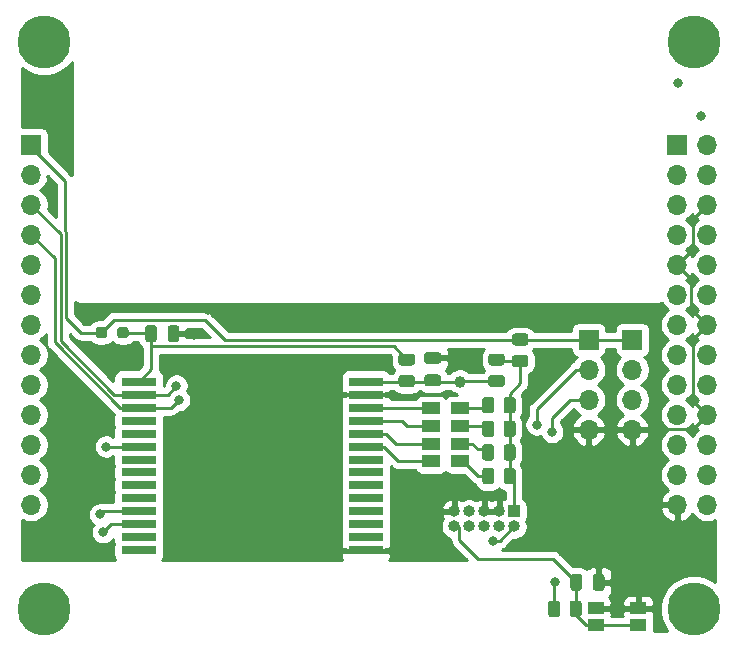
<source format=gbr>
%TF.GenerationSoftware,KiCad,Pcbnew,5.1.10-88a1d61d58~90~ubuntu20.04.1*%
%TF.CreationDate,2021-12-07T12:23:46+00:00*%
%TF.ProjectId,nrf52840,6e726635-3238-4343-902e-6b696361645f,rev?*%
%TF.SameCoordinates,Original*%
%TF.FileFunction,Copper,L1,Top*%
%TF.FilePolarity,Positive*%
%FSLAX46Y46*%
G04 Gerber Fmt 4.6, Leading zero omitted, Abs format (unit mm)*
G04 Created by KiCad (PCBNEW 5.1.10-88a1d61d58~90~ubuntu20.04.1) date 2021-12-07 12:23:46*
%MOMM*%
%LPD*%
G01*
G04 APERTURE LIST*
%TA.AperFunction,ComponentPad*%
%ADD10O,1.700000X1.700000*%
%TD*%
%TA.AperFunction,ComponentPad*%
%ADD11R,1.700000X1.700000*%
%TD*%
%TA.AperFunction,ComponentPad*%
%ADD12C,4.500000*%
%TD*%
%TA.AperFunction,SMDPad,CuDef*%
%ADD13R,1.500000X1.000000*%
%TD*%
%TA.AperFunction,ComponentPad*%
%ADD14O,1.000000X1.000000*%
%TD*%
%TA.AperFunction,ComponentPad*%
%ADD15R,1.000000X1.000000*%
%TD*%
%TA.AperFunction,SMDPad,CuDef*%
%ADD16R,1.400000X1.050000*%
%TD*%
%TA.AperFunction,SMDPad,CuDef*%
%ADD17C,1.000000*%
%TD*%
%TA.AperFunction,SMDPad,CuDef*%
%ADD18R,3.000000X0.800000*%
%TD*%
%TA.AperFunction,ViaPad*%
%ADD19C,0.800000*%
%TD*%
%TA.AperFunction,Conductor*%
%ADD20C,0.250000*%
%TD*%
%TA.AperFunction,Conductor*%
%ADD21C,0.254000*%
%TD*%
%TA.AperFunction,Conductor*%
%ADD22C,0.100000*%
%TD*%
G04 APERTURE END LIST*
%TO.P,R8,2*%
%TO.N,Net-(C2-Pad1)*%
%TA.AperFunction,SMDPad,CuDef*%
G36*
G01*
X168650001Y-100900000D02*
X167749999Y-100900000D01*
G75*
G02*
X167500000Y-100650001I0J249999D01*
G01*
X167500000Y-100124999D01*
G75*
G02*
X167749999Y-99875000I249999J0D01*
G01*
X168650001Y-99875000D01*
G75*
G02*
X168900000Y-100124999I0J-249999D01*
G01*
X168900000Y-100650001D01*
G75*
G02*
X168650001Y-100900000I-249999J0D01*
G01*
G37*
%TD.AperFunction*%
%TO.P,R8,1*%
%TO.N,VDDF*%
%TA.AperFunction,SMDPad,CuDef*%
G36*
G01*
X168650001Y-102725000D02*
X167749999Y-102725000D01*
G75*
G02*
X167500000Y-102475001I0J249999D01*
G01*
X167500000Y-101949999D01*
G75*
G02*
X167749999Y-101700000I249999J0D01*
G01*
X168650001Y-101700000D01*
G75*
G02*
X168900000Y-101949999I0J-249999D01*
G01*
X168900000Y-102475001D01*
G75*
G02*
X168650001Y-102725000I-249999J0D01*
G01*
G37*
%TD.AperFunction*%
%TD*%
%TO.P,R7,2*%
%TO.N,+5V*%
%TA.AperFunction,SMDPad,CuDef*%
G36*
G01*
X178250001Y-99200000D02*
X177349999Y-99200000D01*
G75*
G02*
X177100000Y-98950001I0J249999D01*
G01*
X177100000Y-98424999D01*
G75*
G02*
X177349999Y-98175000I249999J0D01*
G01*
X178250001Y-98175000D01*
G75*
G02*
X178500000Y-98424999I0J-249999D01*
G01*
X178500000Y-98950001D01*
G75*
G02*
X178250001Y-99200000I-249999J0D01*
G01*
G37*
%TD.AperFunction*%
%TO.P,R7,1*%
%TO.N,VDD*%
%TA.AperFunction,SMDPad,CuDef*%
G36*
G01*
X178250001Y-101025000D02*
X177349999Y-101025000D01*
G75*
G02*
X177100000Y-100775001I0J249999D01*
G01*
X177100000Y-100249999D01*
G75*
G02*
X177349999Y-100000000I249999J0D01*
G01*
X178250001Y-100000000D01*
G75*
G02*
X178500000Y-100249999I0J-249999D01*
G01*
X178500000Y-100775001D01*
G75*
G02*
X178250001Y-101025000I-249999J0D01*
G01*
G37*
%TD.AperFunction*%
%TD*%
%TO.P,R6,2*%
%TO.N,VDDF*%
%TA.AperFunction,SMDPad,CuDef*%
G36*
G01*
X175349999Y-101700000D02*
X176250001Y-101700000D01*
G75*
G02*
X176500000Y-101949999I0J-249999D01*
G01*
X176500000Y-102475001D01*
G75*
G02*
X176250001Y-102725000I-249999J0D01*
G01*
X175349999Y-102725000D01*
G75*
G02*
X175100000Y-102475001I0J249999D01*
G01*
X175100000Y-101949999D01*
G75*
G02*
X175349999Y-101700000I249999J0D01*
G01*
G37*
%TD.AperFunction*%
%TO.P,R6,1*%
%TO.N,VDD*%
%TA.AperFunction,SMDPad,CuDef*%
G36*
G01*
X175349999Y-99875000D02*
X176250001Y-99875000D01*
G75*
G02*
X176500000Y-100124999I0J-249999D01*
G01*
X176500000Y-100650001D01*
G75*
G02*
X176250001Y-100900000I-249999J0D01*
G01*
X175349999Y-100900000D01*
G75*
G02*
X175100000Y-100650001I0J249999D01*
G01*
X175100000Y-100124999D01*
G75*
G02*
X175349999Y-99875000I249999J0D01*
G01*
G37*
%TD.AperFunction*%
%TD*%
D10*
%TO.P,J5,4*%
%TO.N,GND*%
X183600000Y-106320000D03*
%TO.P,J5,3*%
%TO.N,/USB2_DP*%
X183600000Y-103780000D03*
%TO.P,J5,2*%
%TO.N,/USB2_DM*%
X183600000Y-101240000D03*
D11*
%TO.P,J5,1*%
%TO.N,+5V*%
X183600000Y-98700000D03*
%TD*%
D12*
%TO.P,H4,1*%
%TO.N,N/C*%
X192500000Y-121500000D03*
%TD*%
%TO.P,H3,1*%
%TO.N,N/C*%
X192500000Y-73500000D03*
%TD*%
%TO.P,H2,1*%
%TO.N,N/C*%
X137500000Y-121500000D03*
%TD*%
%TO.P,H1,1*%
%TO.N,N/C*%
X137500000Y-73500000D03*
%TD*%
%TO.P,R5,2*%
%TO.N,Net-(D4-Pad2)*%
%TA.AperFunction,SMDPad,CuDef*%
G36*
G01*
X175600000Y-109799999D02*
X175600000Y-110700001D01*
G75*
G02*
X175350001Y-110950000I-249999J0D01*
G01*
X174824999Y-110950000D01*
G75*
G02*
X174575000Y-110700001I0J249999D01*
G01*
X174575000Y-109799999D01*
G75*
G02*
X174824999Y-109550000I249999J0D01*
G01*
X175350001Y-109550000D01*
G75*
G02*
X175600000Y-109799999I0J-249999D01*
G01*
G37*
%TD.AperFunction*%
%TO.P,R5,1*%
%TO.N,VDD*%
%TA.AperFunction,SMDPad,CuDef*%
G36*
G01*
X177425000Y-109799999D02*
X177425000Y-110700001D01*
G75*
G02*
X177175001Y-110950000I-249999J0D01*
G01*
X176649999Y-110950000D01*
G75*
G02*
X176400000Y-110700001I0J249999D01*
G01*
X176400000Y-109799999D01*
G75*
G02*
X176649999Y-109550000I249999J0D01*
G01*
X177175001Y-109550000D01*
G75*
G02*
X177425000Y-109799999I0J-249999D01*
G01*
G37*
%TD.AperFunction*%
%TD*%
%TO.P,R4,2*%
%TO.N,Net-(D3-Pad2)*%
%TA.AperFunction,SMDPad,CuDef*%
G36*
G01*
X175600000Y-107799999D02*
X175600000Y-108700001D01*
G75*
G02*
X175350001Y-108950000I-249999J0D01*
G01*
X174824999Y-108950000D01*
G75*
G02*
X174575000Y-108700001I0J249999D01*
G01*
X174575000Y-107799999D01*
G75*
G02*
X174824999Y-107550000I249999J0D01*
G01*
X175350001Y-107550000D01*
G75*
G02*
X175600000Y-107799999I0J-249999D01*
G01*
G37*
%TD.AperFunction*%
%TO.P,R4,1*%
%TO.N,VDD*%
%TA.AperFunction,SMDPad,CuDef*%
G36*
G01*
X177425000Y-107799999D02*
X177425000Y-108700001D01*
G75*
G02*
X177175001Y-108950000I-249999J0D01*
G01*
X176649999Y-108950000D01*
G75*
G02*
X176400000Y-108700001I0J249999D01*
G01*
X176400000Y-107799999D01*
G75*
G02*
X176649999Y-107550000I249999J0D01*
G01*
X177175001Y-107550000D01*
G75*
G02*
X177425000Y-107799999I0J-249999D01*
G01*
G37*
%TD.AperFunction*%
%TD*%
%TO.P,R3,2*%
%TO.N,Net-(D2-Pad2)*%
%TA.AperFunction,SMDPad,CuDef*%
G36*
G01*
X175600000Y-105799999D02*
X175600000Y-106700001D01*
G75*
G02*
X175350001Y-106950000I-249999J0D01*
G01*
X174824999Y-106950000D01*
G75*
G02*
X174575000Y-106700001I0J249999D01*
G01*
X174575000Y-105799999D01*
G75*
G02*
X174824999Y-105550000I249999J0D01*
G01*
X175350001Y-105550000D01*
G75*
G02*
X175600000Y-105799999I0J-249999D01*
G01*
G37*
%TD.AperFunction*%
%TO.P,R3,1*%
%TO.N,VDD*%
%TA.AperFunction,SMDPad,CuDef*%
G36*
G01*
X177425000Y-105799999D02*
X177425000Y-106700001D01*
G75*
G02*
X177175001Y-106950000I-249999J0D01*
G01*
X176649999Y-106950000D01*
G75*
G02*
X176400000Y-106700001I0J249999D01*
G01*
X176400000Y-105799999D01*
G75*
G02*
X176649999Y-105550000I249999J0D01*
G01*
X177175001Y-105550000D01*
G75*
G02*
X177425000Y-105799999I0J-249999D01*
G01*
G37*
%TD.AperFunction*%
%TD*%
%TO.P,R2,2*%
%TO.N,Net-(D1-Pad2)*%
%TA.AperFunction,SMDPad,CuDef*%
G36*
G01*
X175600000Y-103799999D02*
X175600000Y-104700001D01*
G75*
G02*
X175350001Y-104950000I-249999J0D01*
G01*
X174824999Y-104950000D01*
G75*
G02*
X174575000Y-104700001I0J249999D01*
G01*
X174575000Y-103799999D01*
G75*
G02*
X174824999Y-103550000I249999J0D01*
G01*
X175350001Y-103550000D01*
G75*
G02*
X175600000Y-103799999I0J-249999D01*
G01*
G37*
%TD.AperFunction*%
%TO.P,R2,1*%
%TO.N,VDD*%
%TA.AperFunction,SMDPad,CuDef*%
G36*
G01*
X177425000Y-103799999D02*
X177425000Y-104700001D01*
G75*
G02*
X177175001Y-104950000I-249999J0D01*
G01*
X176649999Y-104950000D01*
G75*
G02*
X176400000Y-104700001I0J249999D01*
G01*
X176400000Y-103799999D01*
G75*
G02*
X176649999Y-103550000I249999J0D01*
G01*
X177175001Y-103550000D01*
G75*
G02*
X177425000Y-103799999I0J-249999D01*
G01*
G37*
%TD.AperFunction*%
%TD*%
D13*
%TO.P,D4,1*%
%TO.N,Net-(D4-Pad1)*%
X170250000Y-109000000D03*
%TO.P,D4,2*%
%TO.N,Net-(D4-Pad2)*%
X172750000Y-109000000D03*
%TD*%
%TO.P,D3,1*%
%TO.N,Net-(D3-Pad1)*%
X170250000Y-107500000D03*
%TO.P,D3,2*%
%TO.N,Net-(D3-Pad2)*%
X172750000Y-107500000D03*
%TD*%
%TO.P,D2,1*%
%TO.N,Net-(D2-Pad1)*%
X170250000Y-106000000D03*
%TO.P,D2,2*%
%TO.N,Net-(D2-Pad2)*%
X172750000Y-106000000D03*
%TD*%
%TO.P,D1,1*%
%TO.N,Net-(D1-Pad1)*%
X170250000Y-104500000D03*
%TO.P,D1,2*%
%TO.N,Net-(D1-Pad2)*%
X172750000Y-104500000D03*
%TD*%
%TO.P,C3,2*%
%TO.N,GND*%
%TA.AperFunction,SMDPad,CuDef*%
G36*
G01*
X183950000Y-119725000D02*
X183950000Y-118775000D01*
G75*
G02*
X184200000Y-118525000I250000J0D01*
G01*
X184700000Y-118525000D01*
G75*
G02*
X184950000Y-118775000I0J-250000D01*
G01*
X184950000Y-119725000D01*
G75*
G02*
X184700000Y-119975000I-250000J0D01*
G01*
X184200000Y-119975000D01*
G75*
G02*
X183950000Y-119725000I0J250000D01*
G01*
G37*
%TD.AperFunction*%
%TO.P,C3,1*%
%TO.N,Net-(C3-Pad1)*%
%TA.AperFunction,SMDPad,CuDef*%
G36*
G01*
X182050000Y-119725000D02*
X182050000Y-118775000D01*
G75*
G02*
X182300000Y-118525000I250000J0D01*
G01*
X182800000Y-118525000D01*
G75*
G02*
X183050000Y-118775000I0J-250000D01*
G01*
X183050000Y-119725000D01*
G75*
G02*
X182800000Y-119975000I-250000J0D01*
G01*
X182300000Y-119975000D01*
G75*
G02*
X182050000Y-119725000I0J250000D01*
G01*
G37*
%TD.AperFunction*%
%TD*%
%TO.P,R1,2*%
%TO.N,Net-(C3-Pad1)*%
%TA.AperFunction,SMDPad,CuDef*%
G36*
G01*
X181987500Y-121950001D02*
X181987500Y-121049999D01*
G75*
G02*
X182237499Y-120800000I249999J0D01*
G01*
X182762501Y-120800000D01*
G75*
G02*
X183012500Y-121049999I0J-249999D01*
G01*
X183012500Y-121950001D01*
G75*
G02*
X182762501Y-122200000I-249999J0D01*
G01*
X182237499Y-122200000D01*
G75*
G02*
X181987500Y-121950001I0J249999D01*
G01*
G37*
%TD.AperFunction*%
%TO.P,R1,1*%
%TO.N,VDD*%
%TA.AperFunction,SMDPad,CuDef*%
G36*
G01*
X180162500Y-121950001D02*
X180162500Y-121049999D01*
G75*
G02*
X180412499Y-120800000I249999J0D01*
G01*
X180937501Y-120800000D01*
G75*
G02*
X181187500Y-121049999I0J-249999D01*
G01*
X181187500Y-121950001D01*
G75*
G02*
X180937501Y-122200000I-249999J0D01*
G01*
X180412499Y-122200000D01*
G75*
G02*
X180162500Y-121950001I0J249999D01*
G01*
G37*
%TD.AperFunction*%
%TD*%
%TO.P,FB1,2*%
%TO.N,Net-(C2-Pad1)*%
%TA.AperFunction,SMDPad,CuDef*%
G36*
G01*
X143675000Y-98337500D02*
X143675000Y-97862500D01*
G75*
G02*
X143912500Y-97625000I237500J0D01*
G01*
X144412500Y-97625000D01*
G75*
G02*
X144650000Y-97862500I0J-237500D01*
G01*
X144650000Y-98337500D01*
G75*
G02*
X144412500Y-98575000I-237500J0D01*
G01*
X143912500Y-98575000D01*
G75*
G02*
X143675000Y-98337500I0J237500D01*
G01*
G37*
%TD.AperFunction*%
%TO.P,FB1,1*%
%TO.N,+5V*%
%TA.AperFunction,SMDPad,CuDef*%
G36*
G01*
X141850000Y-98337500D02*
X141850000Y-97862500D01*
G75*
G02*
X142087500Y-97625000I237500J0D01*
G01*
X142587500Y-97625000D01*
G75*
G02*
X142825000Y-97862500I0J-237500D01*
G01*
X142825000Y-98337500D01*
G75*
G02*
X142587500Y-98575000I-237500J0D01*
G01*
X142087500Y-98575000D01*
G75*
G02*
X141850000Y-98337500I0J237500D01*
G01*
G37*
%TD.AperFunction*%
%TD*%
%TO.P,C2,2*%
%TO.N,GND*%
%TA.AperFunction,SMDPad,CuDef*%
G36*
G01*
X147950000Y-98675000D02*
X147950000Y-97725000D01*
G75*
G02*
X148200000Y-97475000I250000J0D01*
G01*
X148700000Y-97475000D01*
G75*
G02*
X148950000Y-97725000I0J-250000D01*
G01*
X148950000Y-98675000D01*
G75*
G02*
X148700000Y-98925000I-250000J0D01*
G01*
X148200000Y-98925000D01*
G75*
G02*
X147950000Y-98675000I0J250000D01*
G01*
G37*
%TD.AperFunction*%
%TO.P,C2,1*%
%TO.N,Net-(C2-Pad1)*%
%TA.AperFunction,SMDPad,CuDef*%
G36*
G01*
X146050000Y-98675000D02*
X146050000Y-97725000D01*
G75*
G02*
X146300000Y-97475000I250000J0D01*
G01*
X146800000Y-97475000D01*
G75*
G02*
X147050000Y-97725000I0J-250000D01*
G01*
X147050000Y-98675000D01*
G75*
G02*
X146800000Y-98925000I-250000J0D01*
G01*
X146300000Y-98925000D01*
G75*
G02*
X146050000Y-98675000I0J250000D01*
G01*
G37*
%TD.AperFunction*%
%TD*%
%TO.P,C1,2*%
%TO.N,GND*%
%TA.AperFunction,SMDPad,CuDef*%
G36*
G01*
X170875000Y-100750000D02*
X169925000Y-100750000D01*
G75*
G02*
X169675000Y-100500000I0J250000D01*
G01*
X169675000Y-100000000D01*
G75*
G02*
X169925000Y-99750000I250000J0D01*
G01*
X170875000Y-99750000D01*
G75*
G02*
X171125000Y-100000000I0J-250000D01*
G01*
X171125000Y-100500000D01*
G75*
G02*
X170875000Y-100750000I-250000J0D01*
G01*
G37*
%TD.AperFunction*%
%TO.P,C1,1*%
%TO.N,VDDF*%
%TA.AperFunction,SMDPad,CuDef*%
G36*
G01*
X170875000Y-102650000D02*
X169925000Y-102650000D01*
G75*
G02*
X169675000Y-102400000I0J250000D01*
G01*
X169675000Y-101900000D01*
G75*
G02*
X169925000Y-101650000I250000J0D01*
G01*
X170875000Y-101650000D01*
G75*
G02*
X171125000Y-101900000I0J-250000D01*
G01*
X171125000Y-102400000D01*
G75*
G02*
X170875000Y-102650000I-250000J0D01*
G01*
G37*
%TD.AperFunction*%
%TD*%
D14*
%TO.P,J4,10*%
%TO.N,Net-(C3-Pad1)*%
X172210000Y-114520000D03*
%TO.P,J4,9*%
%TO.N,GND*%
X172210000Y-113250000D03*
%TO.P,J4,8*%
%TO.N,N/C*%
X173480000Y-114520000D03*
%TO.P,J4,7*%
X173480000Y-113250000D03*
%TO.P,J4,6*%
X174750000Y-114520000D03*
%TO.P,J4,5*%
%TO.N,GND*%
X174750000Y-113250000D03*
%TO.P,J4,4*%
%TO.N,/SWDCLK*%
X176020000Y-114520000D03*
%TO.P,J4,3*%
%TO.N,GND*%
X176020000Y-113250000D03*
%TO.P,J4,2*%
%TO.N,/SWDIO*%
X177290000Y-114520000D03*
D15*
%TO.P,J4,1*%
%TO.N,VDD*%
X177290000Y-113250000D03*
%TD*%
D16*
%TO.P,SW1,1*%
%TO.N,GND*%
X184200000Y-121450000D03*
%TO.P,SW1,1'*%
X187800000Y-121450000D03*
%TO.P,SW1,2*%
%TO.N,Net-(C3-Pad1)*%
X184200000Y-122900000D03*
%TO.P,SW1,2'*%
X187800000Y-122900000D03*
%TD*%
D10*
%TO.P,J3,4*%
%TO.N,GND*%
X187300000Y-106320000D03*
%TO.P,J3,3*%
%TO.N,/USB3_DP*%
X187300000Y-103780000D03*
%TO.P,J3,2*%
%TO.N,/USB3_DM*%
X187300000Y-101240000D03*
D11*
%TO.P,J3,1*%
%TO.N,+5V*%
X187300000Y-98700000D03*
%TD*%
D17*
%TO.P,TP1,1*%
%TO.N,VDDF*%
X172700000Y-102250000D03*
%TD*%
D18*
%TO.P,U1,28*%
%TO.N,N/C*%
X145500000Y-116550000D03*
%TO.P,U1,27*%
X145500000Y-115450000D03*
%TO.P,U1,26*%
%TO.N,/SWDCLK*%
X145500000Y-114350000D03*
%TO.P,U1,25*%
%TO.N,/SWDIO*%
X145500000Y-113250000D03*
%TO.P,U1,24*%
%TO.N,N/C*%
X145500000Y-112150000D03*
%TO.P,U1,23*%
X145500000Y-111050000D03*
%TO.P,U1,22*%
X145500000Y-109950000D03*
%TO.P,U1,21*%
X145500000Y-108850000D03*
%TO.P,U1,20*%
%TO.N,Net-(C3-Pad1)*%
X145500000Y-107750000D03*
%TO.P,U1,19*%
%TO.N,N/C*%
X145500000Y-106650000D03*
%TO.P,U1,18*%
X145500000Y-105550000D03*
%TO.P,U1,17*%
%TO.N,/USB2_DP*%
X145500000Y-104450000D03*
%TO.P,U1,16*%
%TO.N,/USB2_DM*%
X145500000Y-103350000D03*
%TO.P,U1,15*%
%TO.N,Net-(C2-Pad1)*%
X145500000Y-102250000D03*
%TO.P,U1,14*%
%TO.N,VDDF*%
X164730000Y-102250000D03*
%TO.P,U1,13*%
%TO.N,GND*%
X164730000Y-103350000D03*
%TO.P,U1,12*%
%TO.N,Net-(D1-Pad1)*%
X164730000Y-104450000D03*
%TO.P,U1,11*%
%TO.N,Net-(D2-Pad1)*%
X164730000Y-105550000D03*
%TO.P,U1,10*%
%TO.N,Net-(D3-Pad1)*%
X164730000Y-106650000D03*
%TO.P,U1,9*%
%TO.N,Net-(D4-Pad1)*%
X164730000Y-107750000D03*
%TO.P,U1,8*%
%TO.N,N/C*%
X164730000Y-108850000D03*
%TO.P,U1,7*%
X164730000Y-109950000D03*
%TO.P,U1,6*%
X164730000Y-111050000D03*
%TO.P,U1,5*%
X164730000Y-112150000D03*
%TO.P,U1,4*%
X164730000Y-113250000D03*
%TO.P,U1,3*%
X164730000Y-114350000D03*
%TO.P,U1,2*%
X164730000Y-115450000D03*
%TO.P,U1,1*%
%TO.N,GND*%
X164730000Y-116550000D03*
%TD*%
D10*
%TO.P,J2,13*%
%TO.N,N/C*%
X136400000Y-112680000D03*
%TO.P,J2,12*%
X136400000Y-110140000D03*
%TO.P,J2,11*%
X136400000Y-107600000D03*
%TO.P,J2,10*%
X136400000Y-105060000D03*
%TO.P,J2,9*%
X136400000Y-102520000D03*
%TO.P,J2,8*%
X136400000Y-99980000D03*
%TO.P,J2,7*%
X136400000Y-97440000D03*
%TO.P,J2,6*%
%TO.N,/USB3_DP*%
X136400000Y-94900000D03*
%TO.P,J2,5*%
%TO.N,/USB3_DM*%
X136400000Y-92360000D03*
%TO.P,J2,4*%
%TO.N,/USB2_DP*%
X136400000Y-89820000D03*
%TO.P,J2,3*%
%TO.N,/USB2_DM*%
X136400000Y-87280000D03*
%TO.P,J2,2*%
%TO.N,GND*%
X136400000Y-84740000D03*
D11*
%TO.P,J2,1*%
%TO.N,+5V*%
X136400000Y-82200000D03*
%TD*%
D10*
%TO.P,J1,26*%
%TO.N,N/C*%
X193640000Y-112680000D03*
%TO.P,J1,25*%
%TO.N,GND*%
X191100000Y-112680000D03*
%TO.P,J1,24*%
%TO.N,N/C*%
X193640000Y-110140000D03*
%TO.P,J1,23*%
X191100000Y-110140000D03*
%TO.P,J1,22*%
X193640000Y-107600000D03*
%TO.P,J1,21*%
X191100000Y-107600000D03*
%TO.P,J1,20*%
%TO.N,GND*%
X193640000Y-105060000D03*
%TO.P,J1,19*%
%TO.N,N/C*%
X191100000Y-105060000D03*
%TO.P,J1,18*%
X193640000Y-102520000D03*
%TO.P,J1,17*%
%TO.N,+3V3*%
X191100000Y-102520000D03*
%TO.P,J1,16*%
%TO.N,N/C*%
X193640000Y-99980000D03*
%TO.P,J1,15*%
X191100000Y-99980000D03*
%TO.P,J1,14*%
%TO.N,GND*%
X193640000Y-97440000D03*
%TO.P,J1,13*%
%TO.N,N/C*%
X191100000Y-97440000D03*
%TO.P,J1,12*%
X193640000Y-94900000D03*
%TO.P,J1,11*%
X191100000Y-94900000D03*
%TO.P,J1,10*%
X193640000Y-92360000D03*
%TO.P,J1,9*%
%TO.N,GND*%
X191100000Y-92360000D03*
%TO.P,J1,8*%
%TO.N,N/C*%
X193640000Y-89820000D03*
%TO.P,J1,7*%
X191100000Y-89820000D03*
%TO.P,J1,6*%
%TO.N,GND*%
X193640000Y-87280000D03*
%TO.P,J1,5*%
%TO.N,N/C*%
X191100000Y-87280000D03*
%TO.P,J1,4*%
%TO.N,+5V*%
X193640000Y-84740000D03*
%TO.P,J1,3*%
%TO.N,N/C*%
X191100000Y-84740000D03*
%TO.P,J1,2*%
%TO.N,+5V*%
X193640000Y-82200000D03*
D11*
%TO.P,J1,1*%
%TO.N,+3V3*%
X191100000Y-82200000D03*
%TD*%
D19*
%TO.N,*%
X191200000Y-77000000D03*
X193100000Y-79800000D03*
%TO.N,GND*%
X151400000Y-96200000D03*
X141300000Y-96400000D03*
X139700000Y-103200000D03*
X139600000Y-106400000D03*
X139700000Y-110100000D03*
X149800000Y-112600000D03*
X152100000Y-110400000D03*
X154400000Y-112200000D03*
X157900000Y-110700000D03*
X160200000Y-112900000D03*
X159200000Y-105900000D03*
X156600000Y-102800000D03*
X154600000Y-105200000D03*
X151700000Y-102800000D03*
X149800000Y-105800000D03*
X144000000Y-99700000D03*
X161600000Y-102600000D03*
X157300000Y-113800000D03*
X152100000Y-113700000D03*
X140800000Y-116100000D03*
X137500000Y-115400000D03*
X139500000Y-113000000D03*
X180600000Y-96500000D03*
X174100000Y-101200000D03*
X169500000Y-96200000D03*
X185900000Y-96400000D03*
X179600000Y-101900000D03*
X187000000Y-108800000D03*
X179900000Y-109700000D03*
X183300000Y-111100000D03*
X192200000Y-116900000D03*
X187800000Y-118100000D03*
X183500000Y-115100000D03*
X187200000Y-113300000D03*
X172700000Y-111100000D03*
X169500000Y-110700000D03*
X167900000Y-114100000D03*
X137700000Y-77400000D03*
X137600000Y-79400000D03*
X139100000Y-82300000D03*
X138000000Y-86400000D03*
X150200000Y-98300000D03*
%TO.N,VDD*%
X180750000Y-119250000D03*
%TO.N,/USB2_DP*%
X148900000Y-103800000D03*
X180500000Y-106500000D03*
%TO.N,/USB2_DM*%
X148700000Y-102600000D03*
X179200000Y-105900000D03*
%TO.N,/SWDIO*%
X142250000Y-113500000D03*
X175500000Y-115750000D03*
%TO.N,/SWDCLK*%
X142500000Y-115000000D03*
%TO.N,Net-(C3-Pad1)*%
X142750000Y-107750000D03*
%TD*%
D20*
%TO.N,GND*%
X193640000Y-105060000D02*
X192400000Y-106300000D01*
X183070000Y-106300000D02*
X183000000Y-106370000D01*
X192400000Y-106300000D02*
X183070000Y-106300000D01*
X192275001Y-96075001D02*
X193640000Y-97440000D01*
X192275001Y-93535001D02*
X192275001Y-96075001D01*
X191100000Y-92360000D02*
X192275001Y-93535001D01*
X192464999Y-103884999D02*
X193640000Y-105060000D01*
X192464999Y-98615001D02*
X192464999Y-103884999D01*
X193640000Y-97440000D02*
X192464999Y-98615001D01*
X192464999Y-90995001D02*
X191100000Y-92360000D01*
X192464999Y-88455001D02*
X192464999Y-90995001D01*
X193640000Y-87280000D02*
X192464999Y-88455001D01*
%TO.N,VDDF*%
X164730000Y-102250000D02*
X171500000Y-102250000D01*
%TO.N,VDD*%
X176912500Y-104500000D02*
X176912500Y-109750000D01*
X177290000Y-110127500D02*
X176912500Y-109750000D01*
X180675000Y-119325000D02*
X180750000Y-119250000D01*
X180675000Y-121500000D02*
X180675000Y-119325000D01*
%TO.N,+5V*%
X140600000Y-98100000D02*
X142337500Y-98100000D01*
X139350010Y-96850010D02*
X140600000Y-98100000D01*
X139350010Y-89593600D02*
X139350010Y-96850010D01*
X139300000Y-89543590D02*
X139350010Y-89593600D01*
X139300000Y-85300000D02*
X139300000Y-89543590D01*
X136400000Y-82400000D02*
X139300000Y-85300000D01*
X136400000Y-82200000D02*
X136400000Y-82400000D01*
X183600000Y-98700000D02*
X187300000Y-98700000D01*
X181500000Y-98750000D02*
X183000000Y-98750000D01*
X152850000Y-98750000D02*
X181500000Y-98750000D01*
X143437500Y-97000000D02*
X151100000Y-97000000D01*
X151100000Y-97000000D02*
X152850000Y-98750000D01*
X142337500Y-98100000D02*
X143437500Y-97000000D01*
%TO.N,/USB2_DP*%
X136400000Y-89820000D02*
X138400000Y-91820000D01*
X143913590Y-104450000D02*
X145500000Y-104450000D01*
X138400000Y-98936410D02*
X143913590Y-104450000D01*
X138400000Y-91820000D02*
X138400000Y-98936410D01*
X145500000Y-104450000D02*
X148250000Y-104450000D01*
X148250000Y-104450000D02*
X148900000Y-103800000D01*
X182020000Y-103780000D02*
X183600000Y-103780000D01*
X180500000Y-105300000D02*
X182020000Y-103780000D01*
X180500000Y-106500000D02*
X180500000Y-105300000D01*
%TO.N,/USB2_DM*%
X136400000Y-87280000D02*
X138900000Y-89780000D01*
X138900000Y-89780000D02*
X138900000Y-98800000D01*
X143450000Y-103350000D02*
X145500000Y-103350000D01*
X138900000Y-98800000D02*
X143450000Y-103350000D01*
X145500000Y-103350000D02*
X147950000Y-103350000D01*
X147950000Y-103350000D02*
X148700000Y-102600000D01*
X179200000Y-105900000D02*
X179200000Y-104600000D01*
X182560000Y-101240000D02*
X183600000Y-101240000D01*
X179200000Y-104600000D02*
X182560000Y-101240000D01*
%TO.N,/USB3_DM*%
X187300000Y-101240000D02*
X187300000Y-100900000D01*
%TO.N,Net-(C2-Pad1)*%
X146550000Y-101200000D02*
X145500000Y-102250000D01*
X146550000Y-101200000D02*
X146550000Y-98200000D01*
X146450000Y-98100000D02*
X146550000Y-98200000D01*
X144162500Y-98100000D02*
X146450000Y-98100000D01*
X146550000Y-98200000D02*
X146550000Y-99150000D01*
X167087499Y-99274999D02*
X168200000Y-100387500D01*
X146674999Y-99274999D02*
X167087499Y-99274999D01*
X146550000Y-99150000D02*
X146674999Y-99274999D01*
%TO.N,/SWDIO*%
X142500000Y-113250000D02*
X142250000Y-113500000D01*
X145500000Y-113250000D02*
X142500000Y-113250000D01*
X176060000Y-115750000D02*
X177290000Y-114520000D01*
X175500000Y-115750000D02*
X176060000Y-115750000D01*
%TO.N,/SWDCLK*%
X143150000Y-114350000D02*
X142500000Y-115000000D01*
X145500000Y-114350000D02*
X143150000Y-114350000D01*
%TO.N,Net-(C3-Pad1)*%
X182457500Y-121080000D02*
X182537500Y-121000000D01*
X145500000Y-107750000D02*
X142750000Y-107750000D01*
X182550000Y-121450000D02*
X182500000Y-121500000D01*
X182550000Y-119250000D02*
X182550000Y-121450000D01*
X182500000Y-121500000D02*
X182500000Y-122000000D01*
X183400000Y-122900000D02*
X184700000Y-122900000D01*
X182500000Y-122000000D02*
X183400000Y-122900000D01*
X184700000Y-122900000D02*
X188300000Y-122900000D01*
X174250000Y-117250000D02*
X180550000Y-117250000D01*
X172654999Y-115654999D02*
X174250000Y-117250000D01*
X172654999Y-114654999D02*
X172654999Y-115654999D01*
X180550000Y-117250000D02*
X182550000Y-119250000D01*
X172520000Y-114520000D02*
X172654999Y-114654999D01*
X172210000Y-114520000D02*
X172520000Y-114520000D01*
%TO.N,Net-(D1-Pad1)*%
X170200000Y-104450000D02*
X170250000Y-104500000D01*
X164730000Y-104450000D02*
X170200000Y-104450000D01*
%TO.N,Net-(D1-Pad2)*%
X172750000Y-104500000D02*
X175087500Y-104500000D01*
%TO.N,Net-(D2-Pad1)*%
X164730000Y-105550000D02*
X165450000Y-105550000D01*
X170250000Y-106000000D02*
X168250000Y-106000000D01*
X167800000Y-105550000D02*
X164730000Y-105550000D01*
X168250000Y-106000000D02*
X167800000Y-105550000D01*
%TO.N,Net-(D2-Pad2)*%
X174837500Y-106000000D02*
X175087500Y-106250000D01*
X172750000Y-106000000D02*
X174837500Y-106000000D01*
%TO.N,Net-(D3-Pad1)*%
X167330000Y-107500000D02*
X170250000Y-107500000D01*
X166480000Y-106650000D02*
X167330000Y-107500000D01*
X164730000Y-106650000D02*
X166480000Y-106650000D01*
%TO.N,Net-(D3-Pad2)*%
X172750000Y-107500000D02*
X173750000Y-107500000D01*
X174250000Y-108000000D02*
X175087500Y-108000000D01*
X173750000Y-107500000D02*
X174250000Y-108000000D01*
%TO.N,Net-(D4-Pad1)*%
X164730000Y-107750000D02*
X166250000Y-107750000D01*
X167500000Y-109000000D02*
X170250000Y-109000000D01*
X166250000Y-107750000D02*
X167500000Y-109000000D01*
%TO.N,Net-(D4-Pad2)*%
X174250000Y-110250000D02*
X175087500Y-110250000D01*
X173000000Y-109000000D02*
X174250000Y-110250000D01*
X172750000Y-109000000D02*
X173000000Y-109000000D01*
%TO.N,VDDF*%
X171500000Y-102250000D02*
X172300000Y-102250000D01*
X172337500Y-102212500D02*
X172300000Y-102250000D01*
X175800000Y-102212500D02*
X172337500Y-102212500D01*
%TO.N,VDD*%
X177290000Y-110763910D02*
X176844295Y-110318205D01*
X177290000Y-113250000D02*
X177290000Y-110763910D01*
X176912500Y-104250000D02*
X176912500Y-103287500D01*
X177800000Y-102400000D02*
X177800000Y-100512500D01*
X176912500Y-103287500D02*
X177800000Y-102400000D01*
X175925000Y-100512500D02*
X175800000Y-100387500D01*
X177800000Y-100512500D02*
X175925000Y-100512500D01*
%TD*%
D21*
%TO.N,GND*%
X140131550Y-95551425D02*
X140246207Y-95612710D01*
X140370617Y-95650450D01*
X140500000Y-95663193D01*
X140532419Y-95660000D01*
X189467581Y-95660000D01*
X189500000Y-95663193D01*
X189532419Y-95660000D01*
X189629383Y-95650450D01*
X189753793Y-95612710D01*
X189781686Y-95597801D01*
X189784010Y-95603411D01*
X189946525Y-95846632D01*
X190153368Y-96053475D01*
X190327760Y-96170000D01*
X190153368Y-96286525D01*
X189946525Y-96493368D01*
X189784010Y-96736589D01*
X189672068Y-97006842D01*
X189615000Y-97293740D01*
X189615000Y-97586260D01*
X189672068Y-97873158D01*
X189784010Y-98143411D01*
X189946525Y-98386632D01*
X190153368Y-98593475D01*
X190327760Y-98710000D01*
X190153368Y-98826525D01*
X189946525Y-99033368D01*
X189784010Y-99276589D01*
X189672068Y-99546842D01*
X189615000Y-99833740D01*
X189615000Y-100126260D01*
X189672068Y-100413158D01*
X189784010Y-100683411D01*
X189946525Y-100926632D01*
X190153368Y-101133475D01*
X190327760Y-101250000D01*
X190153368Y-101366525D01*
X189946525Y-101573368D01*
X189784010Y-101816589D01*
X189672068Y-102086842D01*
X189615000Y-102373740D01*
X189615000Y-102666260D01*
X189672068Y-102953158D01*
X189784010Y-103223411D01*
X189946525Y-103466632D01*
X190153368Y-103673475D01*
X190327760Y-103790000D01*
X190153368Y-103906525D01*
X189946525Y-104113368D01*
X189784010Y-104356589D01*
X189672068Y-104626842D01*
X189615000Y-104913740D01*
X189615000Y-105206260D01*
X189672068Y-105493158D01*
X189784010Y-105763411D01*
X189946525Y-106006632D01*
X190153368Y-106213475D01*
X190327760Y-106330000D01*
X190153368Y-106446525D01*
X189946525Y-106653368D01*
X189784010Y-106896589D01*
X189672068Y-107166842D01*
X189615000Y-107453740D01*
X189615000Y-107746260D01*
X189672068Y-108033158D01*
X189784010Y-108303411D01*
X189946525Y-108546632D01*
X190153368Y-108753475D01*
X190327760Y-108870000D01*
X190153368Y-108986525D01*
X189946525Y-109193368D01*
X189784010Y-109436589D01*
X189672068Y-109706842D01*
X189615000Y-109993740D01*
X189615000Y-110286260D01*
X189672068Y-110573158D01*
X189784010Y-110843411D01*
X189946525Y-111086632D01*
X190153368Y-111293475D01*
X190335534Y-111415195D01*
X190218645Y-111484822D01*
X190002412Y-111679731D01*
X189828359Y-111913080D01*
X189703175Y-112175901D01*
X189658524Y-112323110D01*
X189779845Y-112553000D01*
X190973000Y-112553000D01*
X190973000Y-112533000D01*
X191227000Y-112533000D01*
X191227000Y-112553000D01*
X191247000Y-112553000D01*
X191247000Y-112807000D01*
X191227000Y-112807000D01*
X191227000Y-114000814D01*
X191456891Y-114121481D01*
X191731252Y-114024157D01*
X191981355Y-113875178D01*
X192197588Y-113680269D01*
X192368900Y-113450594D01*
X192486525Y-113626632D01*
X192693368Y-113833475D01*
X192936589Y-113995990D01*
X193206842Y-114107932D01*
X193493740Y-114165000D01*
X193786260Y-114165000D01*
X194073158Y-114107932D01*
X194340000Y-113997403D01*
X194340000Y-119259994D01*
X194339080Y-119259074D01*
X193866560Y-118943346D01*
X193341523Y-118725869D01*
X192784148Y-118615000D01*
X192215852Y-118615000D01*
X191658477Y-118725869D01*
X191133440Y-118943346D01*
X190660920Y-119259074D01*
X190259074Y-119660920D01*
X189943346Y-120133440D01*
X189725869Y-120658477D01*
X189615000Y-121215852D01*
X189615000Y-121784148D01*
X189725869Y-122341523D01*
X189943346Y-122866560D01*
X190259074Y-123339080D01*
X190259994Y-123340000D01*
X189138072Y-123340000D01*
X189138072Y-122375000D01*
X189125812Y-122250518D01*
X189102904Y-122175000D01*
X189125812Y-122099482D01*
X189138072Y-121975000D01*
X189135000Y-121735750D01*
X188976250Y-121577000D01*
X187927000Y-121577000D01*
X187927000Y-121597000D01*
X187673000Y-121597000D01*
X187673000Y-121577000D01*
X186623750Y-121577000D01*
X186465000Y-121735750D01*
X186461928Y-121975000D01*
X186474188Y-122099482D01*
X186486479Y-122140000D01*
X185513521Y-122140000D01*
X185525812Y-122099482D01*
X185538072Y-121975000D01*
X185535000Y-121735750D01*
X185376250Y-121577000D01*
X184327000Y-121577000D01*
X184327000Y-121597000D01*
X184073000Y-121597000D01*
X184073000Y-121577000D01*
X184053000Y-121577000D01*
X184053000Y-121323000D01*
X184073000Y-121323000D01*
X184073000Y-121303000D01*
X184327000Y-121303000D01*
X184327000Y-121323000D01*
X185376250Y-121323000D01*
X185535000Y-121164250D01*
X185538072Y-120925000D01*
X186461928Y-120925000D01*
X186465000Y-121164250D01*
X186623750Y-121323000D01*
X187673000Y-121323000D01*
X187673000Y-120448750D01*
X187927000Y-120448750D01*
X187927000Y-121323000D01*
X188976250Y-121323000D01*
X189135000Y-121164250D01*
X189138072Y-120925000D01*
X189125812Y-120800518D01*
X189089502Y-120680820D01*
X189030537Y-120570506D01*
X188951185Y-120473815D01*
X188854494Y-120394463D01*
X188744180Y-120335498D01*
X188624482Y-120299188D01*
X188500000Y-120286928D01*
X188085750Y-120290000D01*
X187927000Y-120448750D01*
X187673000Y-120448750D01*
X187514250Y-120290000D01*
X187100000Y-120286928D01*
X186975518Y-120299188D01*
X186855820Y-120335498D01*
X186745506Y-120394463D01*
X186648815Y-120473815D01*
X186569463Y-120570506D01*
X186510498Y-120680820D01*
X186474188Y-120800518D01*
X186461928Y-120925000D01*
X185538072Y-120925000D01*
X185525812Y-120800518D01*
X185489502Y-120680820D01*
X185430537Y-120570506D01*
X185351185Y-120473815D01*
X185347166Y-120470517D01*
X185401185Y-120426185D01*
X185480537Y-120329494D01*
X185539502Y-120219180D01*
X185575812Y-120099482D01*
X185588072Y-119975000D01*
X185585000Y-119535750D01*
X185426250Y-119377000D01*
X184577000Y-119377000D01*
X184577000Y-119397000D01*
X184323000Y-119397000D01*
X184323000Y-119377000D01*
X184303000Y-119377000D01*
X184303000Y-119123000D01*
X184323000Y-119123000D01*
X184323000Y-118048750D01*
X184577000Y-118048750D01*
X184577000Y-119123000D01*
X185426250Y-119123000D01*
X185585000Y-118964250D01*
X185588072Y-118525000D01*
X185575812Y-118400518D01*
X185539502Y-118280820D01*
X185480537Y-118170506D01*
X185401185Y-118073815D01*
X185304494Y-117994463D01*
X185194180Y-117935498D01*
X185074482Y-117899188D01*
X184950000Y-117886928D01*
X184735750Y-117890000D01*
X184577000Y-118048750D01*
X184323000Y-118048750D01*
X184164250Y-117890000D01*
X183950000Y-117886928D01*
X183825518Y-117899188D01*
X183705820Y-117935498D01*
X183595506Y-117994463D01*
X183498815Y-118073815D01*
X183433342Y-118153594D01*
X183427962Y-118147038D01*
X183293386Y-118036595D01*
X183139850Y-117954528D01*
X182973254Y-117903992D01*
X182800000Y-117886928D01*
X182300000Y-117886928D01*
X182265161Y-117890359D01*
X181113804Y-116739003D01*
X181090001Y-116709999D01*
X180974276Y-116615026D01*
X180842247Y-116544454D01*
X180698986Y-116500997D01*
X180587333Y-116490000D01*
X180587322Y-116490000D01*
X180550000Y-116486324D01*
X180512678Y-116490000D01*
X176238665Y-116490000D01*
X176352247Y-116455546D01*
X176484276Y-116384974D01*
X176600001Y-116290001D01*
X176623804Y-116260997D01*
X177229802Y-115655000D01*
X177401788Y-115655000D01*
X177621067Y-115611383D01*
X177827624Y-115525824D01*
X178013520Y-115401612D01*
X178171612Y-115243520D01*
X178295824Y-115057624D01*
X178381383Y-114851067D01*
X178425000Y-114631788D01*
X178425000Y-114408212D01*
X178381383Y-114188933D01*
X178335112Y-114077226D01*
X178379502Y-113994180D01*
X178415812Y-113874482D01*
X178428072Y-113750000D01*
X178428072Y-113036890D01*
X189658524Y-113036890D01*
X189703175Y-113184099D01*
X189828359Y-113446920D01*
X190002412Y-113680269D01*
X190218645Y-113875178D01*
X190468748Y-114024157D01*
X190743109Y-114121481D01*
X190973000Y-114000814D01*
X190973000Y-112807000D01*
X189779845Y-112807000D01*
X189658524Y-113036890D01*
X178428072Y-113036890D01*
X178428072Y-112750000D01*
X178415812Y-112625518D01*
X178379502Y-112505820D01*
X178320537Y-112395506D01*
X178241185Y-112298815D01*
X178144494Y-112219463D01*
X178050000Y-112168954D01*
X178050000Y-110832723D01*
X178063072Y-110700001D01*
X178063072Y-109799999D01*
X178046008Y-109626745D01*
X177995472Y-109460149D01*
X177913405Y-109306613D01*
X177866944Y-109250000D01*
X177913405Y-109193387D01*
X177995472Y-109039851D01*
X178046008Y-108873255D01*
X178063072Y-108700001D01*
X178063072Y-107799999D01*
X178046008Y-107626745D01*
X177995472Y-107460149D01*
X177913405Y-107306613D01*
X177866944Y-107250000D01*
X177913405Y-107193387D01*
X177995472Y-107039851D01*
X178046008Y-106873255D01*
X178063072Y-106700001D01*
X178063072Y-105799999D01*
X178046008Y-105626745D01*
X177995472Y-105460149D01*
X177913405Y-105306613D01*
X177866944Y-105250000D01*
X177913405Y-105193387D01*
X177995472Y-105039851D01*
X178046008Y-104873255D01*
X178063072Y-104700001D01*
X178063072Y-103799999D01*
X178046008Y-103626745D01*
X177995472Y-103460149D01*
X177932488Y-103342314D01*
X178311004Y-102963798D01*
X178340001Y-102940001D01*
X178434974Y-102824276D01*
X178505546Y-102692247D01*
X178549003Y-102548986D01*
X178560000Y-102437333D01*
X178560000Y-102437332D01*
X178563677Y-102400000D01*
X178560000Y-102362667D01*
X178560000Y-101604527D01*
X178589851Y-101595472D01*
X178743387Y-101513405D01*
X178877962Y-101402962D01*
X178988405Y-101268387D01*
X179070472Y-101114851D01*
X179121008Y-100948255D01*
X179138072Y-100775001D01*
X179138072Y-100249999D01*
X179121008Y-100076745D01*
X179070472Y-99910149D01*
X178988405Y-99756613D01*
X178877962Y-99622038D01*
X178851109Y-99600000D01*
X178877962Y-99577962D01*
X178933737Y-99510000D01*
X182111928Y-99510000D01*
X182111928Y-99550000D01*
X182124188Y-99674482D01*
X182160498Y-99794180D01*
X182219463Y-99904494D01*
X182298815Y-100001185D01*
X182395506Y-100080537D01*
X182505820Y-100139502D01*
X182578380Y-100161513D01*
X182446525Y-100293368D01*
X182289932Y-100527726D01*
X182267753Y-100534454D01*
X182135724Y-100605026D01*
X182019999Y-100699999D01*
X181996201Y-100728997D01*
X178688998Y-104036201D01*
X178660000Y-104059999D01*
X178636202Y-104088997D01*
X178636201Y-104088998D01*
X178565026Y-104175724D01*
X178494454Y-104307754D01*
X178450998Y-104451015D01*
X178436324Y-104600000D01*
X178440001Y-104637332D01*
X178440001Y-105196288D01*
X178396063Y-105240226D01*
X178282795Y-105409744D01*
X178204774Y-105598102D01*
X178165000Y-105798061D01*
X178165000Y-106001939D01*
X178204774Y-106201898D01*
X178282795Y-106390256D01*
X178396063Y-106559774D01*
X178540226Y-106703937D01*
X178709744Y-106817205D01*
X178898102Y-106895226D01*
X179098061Y-106935000D01*
X179301939Y-106935000D01*
X179501898Y-106895226D01*
X179537349Y-106880541D01*
X179582795Y-106990256D01*
X179696063Y-107159774D01*
X179840226Y-107303937D01*
X180009744Y-107417205D01*
X180198102Y-107495226D01*
X180398061Y-107535000D01*
X180601939Y-107535000D01*
X180801898Y-107495226D01*
X180990256Y-107417205D01*
X181159774Y-107303937D01*
X181303937Y-107159774D01*
X181417205Y-106990256D01*
X181495226Y-106801898D01*
X181520091Y-106676890D01*
X182158524Y-106676890D01*
X182203175Y-106824099D01*
X182328359Y-107086920D01*
X182502412Y-107320269D01*
X182718645Y-107515178D01*
X182968748Y-107664157D01*
X183243109Y-107761481D01*
X183473000Y-107640814D01*
X183473000Y-106447000D01*
X183727000Y-106447000D01*
X183727000Y-107640814D01*
X183956891Y-107761481D01*
X184231252Y-107664157D01*
X184481355Y-107515178D01*
X184697588Y-107320269D01*
X184871641Y-107086920D01*
X184996825Y-106824099D01*
X185041476Y-106676890D01*
X185858524Y-106676890D01*
X185903175Y-106824099D01*
X186028359Y-107086920D01*
X186202412Y-107320269D01*
X186418645Y-107515178D01*
X186668748Y-107664157D01*
X186943109Y-107761481D01*
X187173000Y-107640814D01*
X187173000Y-106447000D01*
X187427000Y-106447000D01*
X187427000Y-107640814D01*
X187656891Y-107761481D01*
X187931252Y-107664157D01*
X188181355Y-107515178D01*
X188397588Y-107320269D01*
X188571641Y-107086920D01*
X188696825Y-106824099D01*
X188741476Y-106676890D01*
X188620155Y-106447000D01*
X187427000Y-106447000D01*
X187173000Y-106447000D01*
X185979845Y-106447000D01*
X185858524Y-106676890D01*
X185041476Y-106676890D01*
X184920155Y-106447000D01*
X183727000Y-106447000D01*
X183473000Y-106447000D01*
X182279845Y-106447000D01*
X182158524Y-106676890D01*
X181520091Y-106676890D01*
X181535000Y-106601939D01*
X181535000Y-106398061D01*
X181495226Y-106198102D01*
X181417205Y-106009744D01*
X181303937Y-105840226D01*
X181260000Y-105796289D01*
X181260000Y-105614801D01*
X182327021Y-104547781D01*
X182446525Y-104726632D01*
X182653368Y-104933475D01*
X182835534Y-105055195D01*
X182718645Y-105124822D01*
X182502412Y-105319731D01*
X182328359Y-105553080D01*
X182203175Y-105815901D01*
X182158524Y-105963110D01*
X182279845Y-106193000D01*
X183473000Y-106193000D01*
X183473000Y-106173000D01*
X183727000Y-106173000D01*
X183727000Y-106193000D01*
X184920155Y-106193000D01*
X185041476Y-105963110D01*
X184996825Y-105815901D01*
X184871641Y-105553080D01*
X184697588Y-105319731D01*
X184481355Y-105124822D01*
X184364466Y-105055195D01*
X184546632Y-104933475D01*
X184753475Y-104726632D01*
X184915990Y-104483411D01*
X185027932Y-104213158D01*
X185085000Y-103926260D01*
X185085000Y-103633740D01*
X185027932Y-103346842D01*
X184915990Y-103076589D01*
X184753475Y-102833368D01*
X184546632Y-102626525D01*
X184372240Y-102510000D01*
X184546632Y-102393475D01*
X184753475Y-102186632D01*
X184915990Y-101943411D01*
X185027932Y-101673158D01*
X185085000Y-101386260D01*
X185085000Y-101093740D01*
X185027932Y-100806842D01*
X184915990Y-100536589D01*
X184753475Y-100293368D01*
X184621620Y-100161513D01*
X184694180Y-100139502D01*
X184804494Y-100080537D01*
X184901185Y-100001185D01*
X184980537Y-99904494D01*
X185039502Y-99794180D01*
X185075812Y-99674482D01*
X185088072Y-99550000D01*
X185088072Y-99460000D01*
X185811928Y-99460000D01*
X185811928Y-99550000D01*
X185824188Y-99674482D01*
X185860498Y-99794180D01*
X185919463Y-99904494D01*
X185998815Y-100001185D01*
X186095506Y-100080537D01*
X186205820Y-100139502D01*
X186278380Y-100161513D01*
X186146525Y-100293368D01*
X185984010Y-100536589D01*
X185872068Y-100806842D01*
X185815000Y-101093740D01*
X185815000Y-101386260D01*
X185872068Y-101673158D01*
X185984010Y-101943411D01*
X186146525Y-102186632D01*
X186353368Y-102393475D01*
X186527760Y-102510000D01*
X186353368Y-102626525D01*
X186146525Y-102833368D01*
X185984010Y-103076589D01*
X185872068Y-103346842D01*
X185815000Y-103633740D01*
X185815000Y-103926260D01*
X185872068Y-104213158D01*
X185984010Y-104483411D01*
X186146525Y-104726632D01*
X186353368Y-104933475D01*
X186535534Y-105055195D01*
X186418645Y-105124822D01*
X186202412Y-105319731D01*
X186028359Y-105553080D01*
X185903175Y-105815901D01*
X185858524Y-105963110D01*
X185979845Y-106193000D01*
X187173000Y-106193000D01*
X187173000Y-106173000D01*
X187427000Y-106173000D01*
X187427000Y-106193000D01*
X188620155Y-106193000D01*
X188741476Y-105963110D01*
X188696825Y-105815901D01*
X188571641Y-105553080D01*
X188397588Y-105319731D01*
X188181355Y-105124822D01*
X188064466Y-105055195D01*
X188246632Y-104933475D01*
X188453475Y-104726632D01*
X188615990Y-104483411D01*
X188727932Y-104213158D01*
X188785000Y-103926260D01*
X188785000Y-103633740D01*
X188727932Y-103346842D01*
X188615990Y-103076589D01*
X188453475Y-102833368D01*
X188246632Y-102626525D01*
X188072240Y-102510000D01*
X188246632Y-102393475D01*
X188453475Y-102186632D01*
X188615990Y-101943411D01*
X188727932Y-101673158D01*
X188785000Y-101386260D01*
X188785000Y-101093740D01*
X188727932Y-100806842D01*
X188615990Y-100536589D01*
X188453475Y-100293368D01*
X188321620Y-100161513D01*
X188394180Y-100139502D01*
X188504494Y-100080537D01*
X188601185Y-100001185D01*
X188680537Y-99904494D01*
X188739502Y-99794180D01*
X188775812Y-99674482D01*
X188788072Y-99550000D01*
X188788072Y-97850000D01*
X188775812Y-97725518D01*
X188739502Y-97605820D01*
X188680537Y-97495506D01*
X188601185Y-97398815D01*
X188504494Y-97319463D01*
X188394180Y-97260498D01*
X188274482Y-97224188D01*
X188150000Y-97211928D01*
X186450000Y-97211928D01*
X186325518Y-97224188D01*
X186205820Y-97260498D01*
X186095506Y-97319463D01*
X185998815Y-97398815D01*
X185919463Y-97495506D01*
X185860498Y-97605820D01*
X185824188Y-97725518D01*
X185811928Y-97850000D01*
X185811928Y-97940000D01*
X185088072Y-97940000D01*
X185088072Y-97850000D01*
X185075812Y-97725518D01*
X185039502Y-97605820D01*
X184980537Y-97495506D01*
X184901185Y-97398815D01*
X184804494Y-97319463D01*
X184694180Y-97260498D01*
X184574482Y-97224188D01*
X184450000Y-97211928D01*
X182750000Y-97211928D01*
X182625518Y-97224188D01*
X182505820Y-97260498D01*
X182395506Y-97319463D01*
X182298815Y-97398815D01*
X182219463Y-97495506D01*
X182160498Y-97605820D01*
X182124188Y-97725518D01*
X182111928Y-97850000D01*
X182111928Y-97990000D01*
X179019614Y-97990000D01*
X178988405Y-97931613D01*
X178877962Y-97797038D01*
X178743387Y-97686595D01*
X178589851Y-97604528D01*
X178423255Y-97553992D01*
X178250001Y-97536928D01*
X177349999Y-97536928D01*
X177176745Y-97553992D01*
X177010149Y-97604528D01*
X176856613Y-97686595D01*
X176722038Y-97797038D01*
X176611595Y-97931613D01*
X176580386Y-97990000D01*
X153164802Y-97990000D01*
X151663804Y-96489003D01*
X151640001Y-96459999D01*
X151524276Y-96365026D01*
X151392247Y-96294454D01*
X151248986Y-96250997D01*
X151137333Y-96240000D01*
X151137322Y-96240000D01*
X151100000Y-96236324D01*
X151062678Y-96240000D01*
X143474823Y-96240000D01*
X143437500Y-96236324D01*
X143400177Y-96240000D01*
X143400167Y-96240000D01*
X143288514Y-96250997D01*
X143171392Y-96286525D01*
X143145253Y-96294454D01*
X143013223Y-96365026D01*
X142939251Y-96425734D01*
X142897499Y-96459999D01*
X142873701Y-96488997D01*
X142375770Y-96986928D01*
X142087500Y-96986928D01*
X141916684Y-97003752D01*
X141752433Y-97053577D01*
X141601058Y-97134488D01*
X141468377Y-97243377D01*
X141389080Y-97340000D01*
X140914802Y-97340000D01*
X140110010Y-96535209D01*
X140110010Y-95533747D01*
X140131550Y-95551425D01*
%TA.AperFunction,Conductor*%
D22*
G36*
X140131550Y-95551425D02*
G01*
X140246207Y-95612710D01*
X140370617Y-95650450D01*
X140500000Y-95663193D01*
X140532419Y-95660000D01*
X189467581Y-95660000D01*
X189500000Y-95663193D01*
X189532419Y-95660000D01*
X189629383Y-95650450D01*
X189753793Y-95612710D01*
X189781686Y-95597801D01*
X189784010Y-95603411D01*
X189946525Y-95846632D01*
X190153368Y-96053475D01*
X190327760Y-96170000D01*
X190153368Y-96286525D01*
X189946525Y-96493368D01*
X189784010Y-96736589D01*
X189672068Y-97006842D01*
X189615000Y-97293740D01*
X189615000Y-97586260D01*
X189672068Y-97873158D01*
X189784010Y-98143411D01*
X189946525Y-98386632D01*
X190153368Y-98593475D01*
X190327760Y-98710000D01*
X190153368Y-98826525D01*
X189946525Y-99033368D01*
X189784010Y-99276589D01*
X189672068Y-99546842D01*
X189615000Y-99833740D01*
X189615000Y-100126260D01*
X189672068Y-100413158D01*
X189784010Y-100683411D01*
X189946525Y-100926632D01*
X190153368Y-101133475D01*
X190327760Y-101250000D01*
X190153368Y-101366525D01*
X189946525Y-101573368D01*
X189784010Y-101816589D01*
X189672068Y-102086842D01*
X189615000Y-102373740D01*
X189615000Y-102666260D01*
X189672068Y-102953158D01*
X189784010Y-103223411D01*
X189946525Y-103466632D01*
X190153368Y-103673475D01*
X190327760Y-103790000D01*
X190153368Y-103906525D01*
X189946525Y-104113368D01*
X189784010Y-104356589D01*
X189672068Y-104626842D01*
X189615000Y-104913740D01*
X189615000Y-105206260D01*
X189672068Y-105493158D01*
X189784010Y-105763411D01*
X189946525Y-106006632D01*
X190153368Y-106213475D01*
X190327760Y-106330000D01*
X190153368Y-106446525D01*
X189946525Y-106653368D01*
X189784010Y-106896589D01*
X189672068Y-107166842D01*
X189615000Y-107453740D01*
X189615000Y-107746260D01*
X189672068Y-108033158D01*
X189784010Y-108303411D01*
X189946525Y-108546632D01*
X190153368Y-108753475D01*
X190327760Y-108870000D01*
X190153368Y-108986525D01*
X189946525Y-109193368D01*
X189784010Y-109436589D01*
X189672068Y-109706842D01*
X189615000Y-109993740D01*
X189615000Y-110286260D01*
X189672068Y-110573158D01*
X189784010Y-110843411D01*
X189946525Y-111086632D01*
X190153368Y-111293475D01*
X190335534Y-111415195D01*
X190218645Y-111484822D01*
X190002412Y-111679731D01*
X189828359Y-111913080D01*
X189703175Y-112175901D01*
X189658524Y-112323110D01*
X189779845Y-112553000D01*
X190973000Y-112553000D01*
X190973000Y-112533000D01*
X191227000Y-112533000D01*
X191227000Y-112553000D01*
X191247000Y-112553000D01*
X191247000Y-112807000D01*
X191227000Y-112807000D01*
X191227000Y-114000814D01*
X191456891Y-114121481D01*
X191731252Y-114024157D01*
X191981355Y-113875178D01*
X192197588Y-113680269D01*
X192368900Y-113450594D01*
X192486525Y-113626632D01*
X192693368Y-113833475D01*
X192936589Y-113995990D01*
X193206842Y-114107932D01*
X193493740Y-114165000D01*
X193786260Y-114165000D01*
X194073158Y-114107932D01*
X194340000Y-113997403D01*
X194340000Y-119259994D01*
X194339080Y-119259074D01*
X193866560Y-118943346D01*
X193341523Y-118725869D01*
X192784148Y-118615000D01*
X192215852Y-118615000D01*
X191658477Y-118725869D01*
X191133440Y-118943346D01*
X190660920Y-119259074D01*
X190259074Y-119660920D01*
X189943346Y-120133440D01*
X189725869Y-120658477D01*
X189615000Y-121215852D01*
X189615000Y-121784148D01*
X189725869Y-122341523D01*
X189943346Y-122866560D01*
X190259074Y-123339080D01*
X190259994Y-123340000D01*
X189138072Y-123340000D01*
X189138072Y-122375000D01*
X189125812Y-122250518D01*
X189102904Y-122175000D01*
X189125812Y-122099482D01*
X189138072Y-121975000D01*
X189135000Y-121735750D01*
X188976250Y-121577000D01*
X187927000Y-121577000D01*
X187927000Y-121597000D01*
X187673000Y-121597000D01*
X187673000Y-121577000D01*
X186623750Y-121577000D01*
X186465000Y-121735750D01*
X186461928Y-121975000D01*
X186474188Y-122099482D01*
X186486479Y-122140000D01*
X185513521Y-122140000D01*
X185525812Y-122099482D01*
X185538072Y-121975000D01*
X185535000Y-121735750D01*
X185376250Y-121577000D01*
X184327000Y-121577000D01*
X184327000Y-121597000D01*
X184073000Y-121597000D01*
X184073000Y-121577000D01*
X184053000Y-121577000D01*
X184053000Y-121323000D01*
X184073000Y-121323000D01*
X184073000Y-121303000D01*
X184327000Y-121303000D01*
X184327000Y-121323000D01*
X185376250Y-121323000D01*
X185535000Y-121164250D01*
X185538072Y-120925000D01*
X186461928Y-120925000D01*
X186465000Y-121164250D01*
X186623750Y-121323000D01*
X187673000Y-121323000D01*
X187673000Y-120448750D01*
X187927000Y-120448750D01*
X187927000Y-121323000D01*
X188976250Y-121323000D01*
X189135000Y-121164250D01*
X189138072Y-120925000D01*
X189125812Y-120800518D01*
X189089502Y-120680820D01*
X189030537Y-120570506D01*
X188951185Y-120473815D01*
X188854494Y-120394463D01*
X188744180Y-120335498D01*
X188624482Y-120299188D01*
X188500000Y-120286928D01*
X188085750Y-120290000D01*
X187927000Y-120448750D01*
X187673000Y-120448750D01*
X187514250Y-120290000D01*
X187100000Y-120286928D01*
X186975518Y-120299188D01*
X186855820Y-120335498D01*
X186745506Y-120394463D01*
X186648815Y-120473815D01*
X186569463Y-120570506D01*
X186510498Y-120680820D01*
X186474188Y-120800518D01*
X186461928Y-120925000D01*
X185538072Y-120925000D01*
X185525812Y-120800518D01*
X185489502Y-120680820D01*
X185430537Y-120570506D01*
X185351185Y-120473815D01*
X185347166Y-120470517D01*
X185401185Y-120426185D01*
X185480537Y-120329494D01*
X185539502Y-120219180D01*
X185575812Y-120099482D01*
X185588072Y-119975000D01*
X185585000Y-119535750D01*
X185426250Y-119377000D01*
X184577000Y-119377000D01*
X184577000Y-119397000D01*
X184323000Y-119397000D01*
X184323000Y-119377000D01*
X184303000Y-119377000D01*
X184303000Y-119123000D01*
X184323000Y-119123000D01*
X184323000Y-118048750D01*
X184577000Y-118048750D01*
X184577000Y-119123000D01*
X185426250Y-119123000D01*
X185585000Y-118964250D01*
X185588072Y-118525000D01*
X185575812Y-118400518D01*
X185539502Y-118280820D01*
X185480537Y-118170506D01*
X185401185Y-118073815D01*
X185304494Y-117994463D01*
X185194180Y-117935498D01*
X185074482Y-117899188D01*
X184950000Y-117886928D01*
X184735750Y-117890000D01*
X184577000Y-118048750D01*
X184323000Y-118048750D01*
X184164250Y-117890000D01*
X183950000Y-117886928D01*
X183825518Y-117899188D01*
X183705820Y-117935498D01*
X183595506Y-117994463D01*
X183498815Y-118073815D01*
X183433342Y-118153594D01*
X183427962Y-118147038D01*
X183293386Y-118036595D01*
X183139850Y-117954528D01*
X182973254Y-117903992D01*
X182800000Y-117886928D01*
X182300000Y-117886928D01*
X182265161Y-117890359D01*
X181113804Y-116739003D01*
X181090001Y-116709999D01*
X180974276Y-116615026D01*
X180842247Y-116544454D01*
X180698986Y-116500997D01*
X180587333Y-116490000D01*
X180587322Y-116490000D01*
X180550000Y-116486324D01*
X180512678Y-116490000D01*
X176238665Y-116490000D01*
X176352247Y-116455546D01*
X176484276Y-116384974D01*
X176600001Y-116290001D01*
X176623804Y-116260997D01*
X177229802Y-115655000D01*
X177401788Y-115655000D01*
X177621067Y-115611383D01*
X177827624Y-115525824D01*
X178013520Y-115401612D01*
X178171612Y-115243520D01*
X178295824Y-115057624D01*
X178381383Y-114851067D01*
X178425000Y-114631788D01*
X178425000Y-114408212D01*
X178381383Y-114188933D01*
X178335112Y-114077226D01*
X178379502Y-113994180D01*
X178415812Y-113874482D01*
X178428072Y-113750000D01*
X178428072Y-113036890D01*
X189658524Y-113036890D01*
X189703175Y-113184099D01*
X189828359Y-113446920D01*
X190002412Y-113680269D01*
X190218645Y-113875178D01*
X190468748Y-114024157D01*
X190743109Y-114121481D01*
X190973000Y-114000814D01*
X190973000Y-112807000D01*
X189779845Y-112807000D01*
X189658524Y-113036890D01*
X178428072Y-113036890D01*
X178428072Y-112750000D01*
X178415812Y-112625518D01*
X178379502Y-112505820D01*
X178320537Y-112395506D01*
X178241185Y-112298815D01*
X178144494Y-112219463D01*
X178050000Y-112168954D01*
X178050000Y-110832723D01*
X178063072Y-110700001D01*
X178063072Y-109799999D01*
X178046008Y-109626745D01*
X177995472Y-109460149D01*
X177913405Y-109306613D01*
X177866944Y-109250000D01*
X177913405Y-109193387D01*
X177995472Y-109039851D01*
X178046008Y-108873255D01*
X178063072Y-108700001D01*
X178063072Y-107799999D01*
X178046008Y-107626745D01*
X177995472Y-107460149D01*
X177913405Y-107306613D01*
X177866944Y-107250000D01*
X177913405Y-107193387D01*
X177995472Y-107039851D01*
X178046008Y-106873255D01*
X178063072Y-106700001D01*
X178063072Y-105799999D01*
X178046008Y-105626745D01*
X177995472Y-105460149D01*
X177913405Y-105306613D01*
X177866944Y-105250000D01*
X177913405Y-105193387D01*
X177995472Y-105039851D01*
X178046008Y-104873255D01*
X178063072Y-104700001D01*
X178063072Y-103799999D01*
X178046008Y-103626745D01*
X177995472Y-103460149D01*
X177932488Y-103342314D01*
X178311004Y-102963798D01*
X178340001Y-102940001D01*
X178434974Y-102824276D01*
X178505546Y-102692247D01*
X178549003Y-102548986D01*
X178560000Y-102437333D01*
X178560000Y-102437332D01*
X178563677Y-102400000D01*
X178560000Y-102362667D01*
X178560000Y-101604527D01*
X178589851Y-101595472D01*
X178743387Y-101513405D01*
X178877962Y-101402962D01*
X178988405Y-101268387D01*
X179070472Y-101114851D01*
X179121008Y-100948255D01*
X179138072Y-100775001D01*
X179138072Y-100249999D01*
X179121008Y-100076745D01*
X179070472Y-99910149D01*
X178988405Y-99756613D01*
X178877962Y-99622038D01*
X178851109Y-99600000D01*
X178877962Y-99577962D01*
X178933737Y-99510000D01*
X182111928Y-99510000D01*
X182111928Y-99550000D01*
X182124188Y-99674482D01*
X182160498Y-99794180D01*
X182219463Y-99904494D01*
X182298815Y-100001185D01*
X182395506Y-100080537D01*
X182505820Y-100139502D01*
X182578380Y-100161513D01*
X182446525Y-100293368D01*
X182289932Y-100527726D01*
X182267753Y-100534454D01*
X182135724Y-100605026D01*
X182019999Y-100699999D01*
X181996201Y-100728997D01*
X178688998Y-104036201D01*
X178660000Y-104059999D01*
X178636202Y-104088997D01*
X178636201Y-104088998D01*
X178565026Y-104175724D01*
X178494454Y-104307754D01*
X178450998Y-104451015D01*
X178436324Y-104600000D01*
X178440001Y-104637332D01*
X178440001Y-105196288D01*
X178396063Y-105240226D01*
X178282795Y-105409744D01*
X178204774Y-105598102D01*
X178165000Y-105798061D01*
X178165000Y-106001939D01*
X178204774Y-106201898D01*
X178282795Y-106390256D01*
X178396063Y-106559774D01*
X178540226Y-106703937D01*
X178709744Y-106817205D01*
X178898102Y-106895226D01*
X179098061Y-106935000D01*
X179301939Y-106935000D01*
X179501898Y-106895226D01*
X179537349Y-106880541D01*
X179582795Y-106990256D01*
X179696063Y-107159774D01*
X179840226Y-107303937D01*
X180009744Y-107417205D01*
X180198102Y-107495226D01*
X180398061Y-107535000D01*
X180601939Y-107535000D01*
X180801898Y-107495226D01*
X180990256Y-107417205D01*
X181159774Y-107303937D01*
X181303937Y-107159774D01*
X181417205Y-106990256D01*
X181495226Y-106801898D01*
X181520091Y-106676890D01*
X182158524Y-106676890D01*
X182203175Y-106824099D01*
X182328359Y-107086920D01*
X182502412Y-107320269D01*
X182718645Y-107515178D01*
X182968748Y-107664157D01*
X183243109Y-107761481D01*
X183473000Y-107640814D01*
X183473000Y-106447000D01*
X183727000Y-106447000D01*
X183727000Y-107640814D01*
X183956891Y-107761481D01*
X184231252Y-107664157D01*
X184481355Y-107515178D01*
X184697588Y-107320269D01*
X184871641Y-107086920D01*
X184996825Y-106824099D01*
X185041476Y-106676890D01*
X185858524Y-106676890D01*
X185903175Y-106824099D01*
X186028359Y-107086920D01*
X186202412Y-107320269D01*
X186418645Y-107515178D01*
X186668748Y-107664157D01*
X186943109Y-107761481D01*
X187173000Y-107640814D01*
X187173000Y-106447000D01*
X187427000Y-106447000D01*
X187427000Y-107640814D01*
X187656891Y-107761481D01*
X187931252Y-107664157D01*
X188181355Y-107515178D01*
X188397588Y-107320269D01*
X188571641Y-107086920D01*
X188696825Y-106824099D01*
X188741476Y-106676890D01*
X188620155Y-106447000D01*
X187427000Y-106447000D01*
X187173000Y-106447000D01*
X185979845Y-106447000D01*
X185858524Y-106676890D01*
X185041476Y-106676890D01*
X184920155Y-106447000D01*
X183727000Y-106447000D01*
X183473000Y-106447000D01*
X182279845Y-106447000D01*
X182158524Y-106676890D01*
X181520091Y-106676890D01*
X181535000Y-106601939D01*
X181535000Y-106398061D01*
X181495226Y-106198102D01*
X181417205Y-106009744D01*
X181303937Y-105840226D01*
X181260000Y-105796289D01*
X181260000Y-105614801D01*
X182327021Y-104547781D01*
X182446525Y-104726632D01*
X182653368Y-104933475D01*
X182835534Y-105055195D01*
X182718645Y-105124822D01*
X182502412Y-105319731D01*
X182328359Y-105553080D01*
X182203175Y-105815901D01*
X182158524Y-105963110D01*
X182279845Y-106193000D01*
X183473000Y-106193000D01*
X183473000Y-106173000D01*
X183727000Y-106173000D01*
X183727000Y-106193000D01*
X184920155Y-106193000D01*
X185041476Y-105963110D01*
X184996825Y-105815901D01*
X184871641Y-105553080D01*
X184697588Y-105319731D01*
X184481355Y-105124822D01*
X184364466Y-105055195D01*
X184546632Y-104933475D01*
X184753475Y-104726632D01*
X184915990Y-104483411D01*
X185027932Y-104213158D01*
X185085000Y-103926260D01*
X185085000Y-103633740D01*
X185027932Y-103346842D01*
X184915990Y-103076589D01*
X184753475Y-102833368D01*
X184546632Y-102626525D01*
X184372240Y-102510000D01*
X184546632Y-102393475D01*
X184753475Y-102186632D01*
X184915990Y-101943411D01*
X185027932Y-101673158D01*
X185085000Y-101386260D01*
X185085000Y-101093740D01*
X185027932Y-100806842D01*
X184915990Y-100536589D01*
X184753475Y-100293368D01*
X184621620Y-100161513D01*
X184694180Y-100139502D01*
X184804494Y-100080537D01*
X184901185Y-100001185D01*
X184980537Y-99904494D01*
X185039502Y-99794180D01*
X185075812Y-99674482D01*
X185088072Y-99550000D01*
X185088072Y-99460000D01*
X185811928Y-99460000D01*
X185811928Y-99550000D01*
X185824188Y-99674482D01*
X185860498Y-99794180D01*
X185919463Y-99904494D01*
X185998815Y-100001185D01*
X186095506Y-100080537D01*
X186205820Y-100139502D01*
X186278380Y-100161513D01*
X186146525Y-100293368D01*
X185984010Y-100536589D01*
X185872068Y-100806842D01*
X185815000Y-101093740D01*
X185815000Y-101386260D01*
X185872068Y-101673158D01*
X185984010Y-101943411D01*
X186146525Y-102186632D01*
X186353368Y-102393475D01*
X186527760Y-102510000D01*
X186353368Y-102626525D01*
X186146525Y-102833368D01*
X185984010Y-103076589D01*
X185872068Y-103346842D01*
X185815000Y-103633740D01*
X185815000Y-103926260D01*
X185872068Y-104213158D01*
X185984010Y-104483411D01*
X186146525Y-104726632D01*
X186353368Y-104933475D01*
X186535534Y-105055195D01*
X186418645Y-105124822D01*
X186202412Y-105319731D01*
X186028359Y-105553080D01*
X185903175Y-105815901D01*
X185858524Y-105963110D01*
X185979845Y-106193000D01*
X187173000Y-106193000D01*
X187173000Y-106173000D01*
X187427000Y-106173000D01*
X187427000Y-106193000D01*
X188620155Y-106193000D01*
X188741476Y-105963110D01*
X188696825Y-105815901D01*
X188571641Y-105553080D01*
X188397588Y-105319731D01*
X188181355Y-105124822D01*
X188064466Y-105055195D01*
X188246632Y-104933475D01*
X188453475Y-104726632D01*
X188615990Y-104483411D01*
X188727932Y-104213158D01*
X188785000Y-103926260D01*
X188785000Y-103633740D01*
X188727932Y-103346842D01*
X188615990Y-103076589D01*
X188453475Y-102833368D01*
X188246632Y-102626525D01*
X188072240Y-102510000D01*
X188246632Y-102393475D01*
X188453475Y-102186632D01*
X188615990Y-101943411D01*
X188727932Y-101673158D01*
X188785000Y-101386260D01*
X188785000Y-101093740D01*
X188727932Y-100806842D01*
X188615990Y-100536589D01*
X188453475Y-100293368D01*
X188321620Y-100161513D01*
X188394180Y-100139502D01*
X188504494Y-100080537D01*
X188601185Y-100001185D01*
X188680537Y-99904494D01*
X188739502Y-99794180D01*
X188775812Y-99674482D01*
X188788072Y-99550000D01*
X188788072Y-97850000D01*
X188775812Y-97725518D01*
X188739502Y-97605820D01*
X188680537Y-97495506D01*
X188601185Y-97398815D01*
X188504494Y-97319463D01*
X188394180Y-97260498D01*
X188274482Y-97224188D01*
X188150000Y-97211928D01*
X186450000Y-97211928D01*
X186325518Y-97224188D01*
X186205820Y-97260498D01*
X186095506Y-97319463D01*
X185998815Y-97398815D01*
X185919463Y-97495506D01*
X185860498Y-97605820D01*
X185824188Y-97725518D01*
X185811928Y-97850000D01*
X185811928Y-97940000D01*
X185088072Y-97940000D01*
X185088072Y-97850000D01*
X185075812Y-97725518D01*
X185039502Y-97605820D01*
X184980537Y-97495506D01*
X184901185Y-97398815D01*
X184804494Y-97319463D01*
X184694180Y-97260498D01*
X184574482Y-97224188D01*
X184450000Y-97211928D01*
X182750000Y-97211928D01*
X182625518Y-97224188D01*
X182505820Y-97260498D01*
X182395506Y-97319463D01*
X182298815Y-97398815D01*
X182219463Y-97495506D01*
X182160498Y-97605820D01*
X182124188Y-97725518D01*
X182111928Y-97850000D01*
X182111928Y-97990000D01*
X179019614Y-97990000D01*
X178988405Y-97931613D01*
X178877962Y-97797038D01*
X178743387Y-97686595D01*
X178589851Y-97604528D01*
X178423255Y-97553992D01*
X178250001Y-97536928D01*
X177349999Y-97536928D01*
X177176745Y-97553992D01*
X177010149Y-97604528D01*
X176856613Y-97686595D01*
X176722038Y-97797038D01*
X176611595Y-97931613D01*
X176580386Y-97990000D01*
X153164802Y-97990000D01*
X151663804Y-96489003D01*
X151640001Y-96459999D01*
X151524276Y-96365026D01*
X151392247Y-96294454D01*
X151248986Y-96250997D01*
X151137333Y-96240000D01*
X151137322Y-96240000D01*
X151100000Y-96236324D01*
X151062678Y-96240000D01*
X143474823Y-96240000D01*
X143437500Y-96236324D01*
X143400177Y-96240000D01*
X143400167Y-96240000D01*
X143288514Y-96250997D01*
X143171392Y-96286525D01*
X143145253Y-96294454D01*
X143013223Y-96365026D01*
X142939251Y-96425734D01*
X142897499Y-96459999D01*
X142873701Y-96488997D01*
X142375770Y-96986928D01*
X142087500Y-96986928D01*
X141916684Y-97003752D01*
X141752433Y-97053577D01*
X141601058Y-97134488D01*
X141468377Y-97243377D01*
X141389080Y-97340000D01*
X140914802Y-97340000D01*
X140110010Y-96535209D01*
X140110010Y-95533747D01*
X140131550Y-95551425D01*
G37*
%TD.AperFunction*%
D21*
X137640001Y-98899078D02*
X137636324Y-98936410D01*
X137650998Y-99085395D01*
X137694454Y-99228656D01*
X137765026Y-99360686D01*
X137831962Y-99442247D01*
X137860000Y-99476411D01*
X137888998Y-99500209D01*
X143349790Y-104961002D01*
X143373589Y-104990001D01*
X143380655Y-104995800D01*
X143381929Y-105000000D01*
X143374188Y-105025518D01*
X143361928Y-105150000D01*
X143361928Y-105950000D01*
X143374188Y-106074482D01*
X143381929Y-106100000D01*
X143374188Y-106125518D01*
X143361928Y-106250000D01*
X143361928Y-106914093D01*
X143240256Y-106832795D01*
X143051898Y-106754774D01*
X142851939Y-106715000D01*
X142648061Y-106715000D01*
X142448102Y-106754774D01*
X142259744Y-106832795D01*
X142090226Y-106946063D01*
X141946063Y-107090226D01*
X141832795Y-107259744D01*
X141754774Y-107448102D01*
X141715000Y-107648061D01*
X141715000Y-107851939D01*
X141754774Y-108051898D01*
X141832795Y-108240256D01*
X141946063Y-108409774D01*
X142090226Y-108553937D01*
X142259744Y-108667205D01*
X142448102Y-108745226D01*
X142648061Y-108785000D01*
X142851939Y-108785000D01*
X143051898Y-108745226D01*
X143240256Y-108667205D01*
X143361928Y-108585907D01*
X143361928Y-109250000D01*
X143374188Y-109374482D01*
X143381929Y-109400000D01*
X143374188Y-109425518D01*
X143361928Y-109550000D01*
X143361928Y-110350000D01*
X143374188Y-110474482D01*
X143381929Y-110500000D01*
X143374188Y-110525518D01*
X143361928Y-110650000D01*
X143361928Y-111450000D01*
X143374188Y-111574482D01*
X143381929Y-111600000D01*
X143374188Y-111625518D01*
X143361928Y-111750000D01*
X143361928Y-112490000D01*
X142537322Y-112490000D01*
X142499999Y-112486324D01*
X142472673Y-112489015D01*
X142351939Y-112465000D01*
X142148061Y-112465000D01*
X141948102Y-112504774D01*
X141759744Y-112582795D01*
X141590226Y-112696063D01*
X141446063Y-112840226D01*
X141332795Y-113009744D01*
X141254774Y-113198102D01*
X141215000Y-113398061D01*
X141215000Y-113601939D01*
X141254774Y-113801898D01*
X141332795Y-113990256D01*
X141446063Y-114159774D01*
X141590226Y-114303937D01*
X141680159Y-114364028D01*
X141582795Y-114509744D01*
X141504774Y-114698102D01*
X141465000Y-114898061D01*
X141465000Y-115101939D01*
X141504774Y-115301898D01*
X141582795Y-115490256D01*
X141696063Y-115659774D01*
X141840226Y-115803937D01*
X142009744Y-115917205D01*
X142198102Y-115995226D01*
X142398061Y-116035000D01*
X142601939Y-116035000D01*
X142801898Y-115995226D01*
X142990256Y-115917205D01*
X143159774Y-115803937D01*
X143303937Y-115659774D01*
X143361928Y-115572984D01*
X143361928Y-115850000D01*
X143374188Y-115974482D01*
X143381929Y-116000000D01*
X143374188Y-116025518D01*
X143361928Y-116150000D01*
X143361928Y-116950000D01*
X143374188Y-117074482D01*
X143410498Y-117194180D01*
X143469463Y-117304494D01*
X143525684Y-117373000D01*
X135660000Y-117373000D01*
X135660000Y-113971542D01*
X135696589Y-113995990D01*
X135966842Y-114107932D01*
X136253740Y-114165000D01*
X136546260Y-114165000D01*
X136833158Y-114107932D01*
X137103411Y-113995990D01*
X137346632Y-113833475D01*
X137553475Y-113626632D01*
X137715990Y-113383411D01*
X137827932Y-113113158D01*
X137885000Y-112826260D01*
X137885000Y-112533740D01*
X137827932Y-112246842D01*
X137715990Y-111976589D01*
X137553475Y-111733368D01*
X137346632Y-111526525D01*
X137172240Y-111410000D01*
X137346632Y-111293475D01*
X137553475Y-111086632D01*
X137715990Y-110843411D01*
X137827932Y-110573158D01*
X137885000Y-110286260D01*
X137885000Y-109993740D01*
X137827932Y-109706842D01*
X137715990Y-109436589D01*
X137553475Y-109193368D01*
X137346632Y-108986525D01*
X137172240Y-108870000D01*
X137346632Y-108753475D01*
X137553475Y-108546632D01*
X137715990Y-108303411D01*
X137827932Y-108033158D01*
X137885000Y-107746260D01*
X137885000Y-107453740D01*
X137827932Y-107166842D01*
X137715990Y-106896589D01*
X137553475Y-106653368D01*
X137346632Y-106446525D01*
X137172240Y-106330000D01*
X137346632Y-106213475D01*
X137553475Y-106006632D01*
X137715990Y-105763411D01*
X137827932Y-105493158D01*
X137885000Y-105206260D01*
X137885000Y-104913740D01*
X137827932Y-104626842D01*
X137715990Y-104356589D01*
X137553475Y-104113368D01*
X137346632Y-103906525D01*
X137172240Y-103790000D01*
X137346632Y-103673475D01*
X137553475Y-103466632D01*
X137715990Y-103223411D01*
X137827932Y-102953158D01*
X137885000Y-102666260D01*
X137885000Y-102373740D01*
X137827932Y-102086842D01*
X137715990Y-101816589D01*
X137553475Y-101573368D01*
X137346632Y-101366525D01*
X137172240Y-101250000D01*
X137346632Y-101133475D01*
X137553475Y-100926632D01*
X137715990Y-100683411D01*
X137827932Y-100413158D01*
X137885000Y-100126260D01*
X137885000Y-99833740D01*
X137827932Y-99546842D01*
X137715990Y-99276589D01*
X137553475Y-99033368D01*
X137346632Y-98826525D01*
X137172240Y-98710000D01*
X137346632Y-98593475D01*
X137553475Y-98386632D01*
X137640001Y-98257137D01*
X137640001Y-98899078D01*
%TA.AperFunction,Conductor*%
D22*
G36*
X137640001Y-98899078D02*
G01*
X137636324Y-98936410D01*
X137650998Y-99085395D01*
X137694454Y-99228656D01*
X137765026Y-99360686D01*
X137831962Y-99442247D01*
X137860000Y-99476411D01*
X137888998Y-99500209D01*
X143349790Y-104961002D01*
X143373589Y-104990001D01*
X143380655Y-104995800D01*
X143381929Y-105000000D01*
X143374188Y-105025518D01*
X143361928Y-105150000D01*
X143361928Y-105950000D01*
X143374188Y-106074482D01*
X143381929Y-106100000D01*
X143374188Y-106125518D01*
X143361928Y-106250000D01*
X143361928Y-106914093D01*
X143240256Y-106832795D01*
X143051898Y-106754774D01*
X142851939Y-106715000D01*
X142648061Y-106715000D01*
X142448102Y-106754774D01*
X142259744Y-106832795D01*
X142090226Y-106946063D01*
X141946063Y-107090226D01*
X141832795Y-107259744D01*
X141754774Y-107448102D01*
X141715000Y-107648061D01*
X141715000Y-107851939D01*
X141754774Y-108051898D01*
X141832795Y-108240256D01*
X141946063Y-108409774D01*
X142090226Y-108553937D01*
X142259744Y-108667205D01*
X142448102Y-108745226D01*
X142648061Y-108785000D01*
X142851939Y-108785000D01*
X143051898Y-108745226D01*
X143240256Y-108667205D01*
X143361928Y-108585907D01*
X143361928Y-109250000D01*
X143374188Y-109374482D01*
X143381929Y-109400000D01*
X143374188Y-109425518D01*
X143361928Y-109550000D01*
X143361928Y-110350000D01*
X143374188Y-110474482D01*
X143381929Y-110500000D01*
X143374188Y-110525518D01*
X143361928Y-110650000D01*
X143361928Y-111450000D01*
X143374188Y-111574482D01*
X143381929Y-111600000D01*
X143374188Y-111625518D01*
X143361928Y-111750000D01*
X143361928Y-112490000D01*
X142537322Y-112490000D01*
X142499999Y-112486324D01*
X142472673Y-112489015D01*
X142351939Y-112465000D01*
X142148061Y-112465000D01*
X141948102Y-112504774D01*
X141759744Y-112582795D01*
X141590226Y-112696063D01*
X141446063Y-112840226D01*
X141332795Y-113009744D01*
X141254774Y-113198102D01*
X141215000Y-113398061D01*
X141215000Y-113601939D01*
X141254774Y-113801898D01*
X141332795Y-113990256D01*
X141446063Y-114159774D01*
X141590226Y-114303937D01*
X141680159Y-114364028D01*
X141582795Y-114509744D01*
X141504774Y-114698102D01*
X141465000Y-114898061D01*
X141465000Y-115101939D01*
X141504774Y-115301898D01*
X141582795Y-115490256D01*
X141696063Y-115659774D01*
X141840226Y-115803937D01*
X142009744Y-115917205D01*
X142198102Y-115995226D01*
X142398061Y-116035000D01*
X142601939Y-116035000D01*
X142801898Y-115995226D01*
X142990256Y-115917205D01*
X143159774Y-115803937D01*
X143303937Y-115659774D01*
X143361928Y-115572984D01*
X143361928Y-115850000D01*
X143374188Y-115974482D01*
X143381929Y-116000000D01*
X143374188Y-116025518D01*
X143361928Y-116150000D01*
X143361928Y-116950000D01*
X143374188Y-117074482D01*
X143410498Y-117194180D01*
X143469463Y-117304494D01*
X143525684Y-117373000D01*
X135660000Y-117373000D01*
X135660000Y-113971542D01*
X135696589Y-113995990D01*
X135966842Y-114107932D01*
X136253740Y-114165000D01*
X136546260Y-114165000D01*
X136833158Y-114107932D01*
X137103411Y-113995990D01*
X137346632Y-113833475D01*
X137553475Y-113626632D01*
X137715990Y-113383411D01*
X137827932Y-113113158D01*
X137885000Y-112826260D01*
X137885000Y-112533740D01*
X137827932Y-112246842D01*
X137715990Y-111976589D01*
X137553475Y-111733368D01*
X137346632Y-111526525D01*
X137172240Y-111410000D01*
X137346632Y-111293475D01*
X137553475Y-111086632D01*
X137715990Y-110843411D01*
X137827932Y-110573158D01*
X137885000Y-110286260D01*
X137885000Y-109993740D01*
X137827932Y-109706842D01*
X137715990Y-109436589D01*
X137553475Y-109193368D01*
X137346632Y-108986525D01*
X137172240Y-108870000D01*
X137346632Y-108753475D01*
X137553475Y-108546632D01*
X137715990Y-108303411D01*
X137827932Y-108033158D01*
X137885000Y-107746260D01*
X137885000Y-107453740D01*
X137827932Y-107166842D01*
X137715990Y-106896589D01*
X137553475Y-106653368D01*
X137346632Y-106446525D01*
X137172240Y-106330000D01*
X137346632Y-106213475D01*
X137553475Y-106006632D01*
X137715990Y-105763411D01*
X137827932Y-105493158D01*
X137885000Y-105206260D01*
X137885000Y-104913740D01*
X137827932Y-104626842D01*
X137715990Y-104356589D01*
X137553475Y-104113368D01*
X137346632Y-103906525D01*
X137172240Y-103790000D01*
X137346632Y-103673475D01*
X137553475Y-103466632D01*
X137715990Y-103223411D01*
X137827932Y-102953158D01*
X137885000Y-102666260D01*
X137885000Y-102373740D01*
X137827932Y-102086842D01*
X137715990Y-101816589D01*
X137553475Y-101573368D01*
X137346632Y-101366525D01*
X137172240Y-101250000D01*
X137346632Y-101133475D01*
X137553475Y-100926632D01*
X137715990Y-100683411D01*
X137827932Y-100413158D01*
X137885000Y-100126260D01*
X137885000Y-99833740D01*
X137827932Y-99546842D01*
X137715990Y-99276589D01*
X137553475Y-99033368D01*
X137346632Y-98826525D01*
X137172240Y-98710000D01*
X137346632Y-98593475D01*
X137553475Y-98386632D01*
X137640001Y-98257137D01*
X137640001Y-98899078D01*
G37*
%TD.AperFunction*%
D21*
X166861997Y-100124298D02*
X166861928Y-100124999D01*
X166861928Y-100650001D01*
X166878992Y-100823255D01*
X166929528Y-100989851D01*
X167011595Y-101143387D01*
X167122038Y-101277962D01*
X167148891Y-101300000D01*
X167122038Y-101322038D01*
X167011595Y-101456613D01*
X166993749Y-101490000D01*
X166756018Y-101490000D01*
X166681185Y-101398815D01*
X166584494Y-101319463D01*
X166474180Y-101260498D01*
X166354482Y-101224188D01*
X166230000Y-101211928D01*
X163230000Y-101211928D01*
X163105518Y-101224188D01*
X162985820Y-101260498D01*
X162875506Y-101319463D01*
X162778815Y-101398815D01*
X162699463Y-101495506D01*
X162640498Y-101605820D01*
X162604188Y-101725518D01*
X162591928Y-101850000D01*
X162591928Y-102650000D01*
X162604188Y-102774482D01*
X162611929Y-102800000D01*
X162604188Y-102825518D01*
X162591928Y-102950000D01*
X162595000Y-103064250D01*
X162753750Y-103223000D01*
X162954947Y-103223000D01*
X162985820Y-103239502D01*
X163105518Y-103275812D01*
X163230000Y-103288072D01*
X166230000Y-103288072D01*
X166354482Y-103275812D01*
X166474180Y-103239502D01*
X166505053Y-103223000D01*
X166706250Y-103223000D01*
X166865000Y-103064250D01*
X166866459Y-103010000D01*
X167045746Y-103010000D01*
X167122038Y-103102962D01*
X167256613Y-103213405D01*
X167410149Y-103295472D01*
X167576745Y-103346008D01*
X167749999Y-103363072D01*
X168650001Y-103363072D01*
X168823255Y-103346008D01*
X168989851Y-103295472D01*
X169143387Y-103213405D01*
X169277962Y-103102962D01*
X169322419Y-103048791D01*
X169431614Y-103138405D01*
X169585150Y-103220472D01*
X169751746Y-103271008D01*
X169925000Y-103288072D01*
X170875000Y-103288072D01*
X171048254Y-103271008D01*
X171214850Y-103220472D01*
X171368386Y-103138405D01*
X171502962Y-103027962D01*
X171517703Y-103010000D01*
X171854868Y-103010000D01*
X171976480Y-103131612D01*
X172162376Y-103255824D01*
X172368933Y-103341383D01*
X172472220Y-103361928D01*
X172000000Y-103361928D01*
X171875518Y-103374188D01*
X171755820Y-103410498D01*
X171645506Y-103469463D01*
X171548815Y-103548815D01*
X171500000Y-103608296D01*
X171451185Y-103548815D01*
X171354494Y-103469463D01*
X171244180Y-103410498D01*
X171124482Y-103374188D01*
X171000000Y-103361928D01*
X169500000Y-103361928D01*
X169375518Y-103374188D01*
X169255820Y-103410498D01*
X169145506Y-103469463D01*
X169048815Y-103548815D01*
X168969463Y-103645506D01*
X168945680Y-103690000D01*
X166866459Y-103690000D01*
X166865000Y-103635750D01*
X166706250Y-103477000D01*
X166505053Y-103477000D01*
X166474180Y-103460498D01*
X166354482Y-103424188D01*
X166230000Y-103411928D01*
X163230000Y-103411928D01*
X163105518Y-103424188D01*
X162985820Y-103460498D01*
X162954947Y-103477000D01*
X162753750Y-103477000D01*
X162595000Y-103635750D01*
X162591928Y-103750000D01*
X162604188Y-103874482D01*
X162611929Y-103900000D01*
X162604188Y-103925518D01*
X162591928Y-104050000D01*
X162591928Y-104850000D01*
X162604188Y-104974482D01*
X162611929Y-105000000D01*
X162604188Y-105025518D01*
X162591928Y-105150000D01*
X162591928Y-105950000D01*
X162604188Y-106074482D01*
X162611929Y-106100000D01*
X162604188Y-106125518D01*
X162591928Y-106250000D01*
X162591928Y-107050000D01*
X162604188Y-107174482D01*
X162611929Y-107200000D01*
X162604188Y-107225518D01*
X162591928Y-107350000D01*
X162591928Y-108150000D01*
X162604188Y-108274482D01*
X162611929Y-108300000D01*
X162604188Y-108325518D01*
X162591928Y-108450000D01*
X162591928Y-109250000D01*
X162604188Y-109374482D01*
X162611929Y-109400000D01*
X162604188Y-109425518D01*
X162591928Y-109550000D01*
X162591928Y-110350000D01*
X162604188Y-110474482D01*
X162611929Y-110500000D01*
X162604188Y-110525518D01*
X162591928Y-110650000D01*
X162591928Y-111450000D01*
X162604188Y-111574482D01*
X162611929Y-111600000D01*
X162604188Y-111625518D01*
X162591928Y-111750000D01*
X162591928Y-112550000D01*
X162604188Y-112674482D01*
X162611929Y-112700000D01*
X162604188Y-112725518D01*
X162591928Y-112850000D01*
X162591928Y-113650000D01*
X162604188Y-113774482D01*
X162611929Y-113800000D01*
X162604188Y-113825518D01*
X162591928Y-113950000D01*
X162591928Y-114750000D01*
X162604188Y-114874482D01*
X162611929Y-114900000D01*
X162604188Y-114925518D01*
X162591928Y-115050000D01*
X162591928Y-115850000D01*
X162604188Y-115974482D01*
X162611929Y-116000000D01*
X162604188Y-116025518D01*
X162591928Y-116150000D01*
X162595000Y-116264250D01*
X162753750Y-116423000D01*
X162954947Y-116423000D01*
X162985820Y-116439502D01*
X163105518Y-116475812D01*
X163230000Y-116488072D01*
X166230000Y-116488072D01*
X166354482Y-116475812D01*
X166474180Y-116439502D01*
X166505053Y-116423000D01*
X166706250Y-116423000D01*
X166865000Y-116264250D01*
X166868072Y-116150000D01*
X166855812Y-116025518D01*
X166848071Y-116000000D01*
X166855812Y-115974482D01*
X166868072Y-115850000D01*
X166868072Y-115050000D01*
X166855812Y-114925518D01*
X166848071Y-114900000D01*
X166855812Y-114874482D01*
X166868072Y-114750000D01*
X166868072Y-113950000D01*
X166855812Y-113825518D01*
X166848071Y-113800000D01*
X166855812Y-113774482D01*
X166868072Y-113650000D01*
X166868072Y-112948124D01*
X171115874Y-112948124D01*
X171240871Y-113123000D01*
X172083000Y-113123000D01*
X172083000Y-112282046D01*
X171908126Y-112155881D01*
X171853136Y-112172554D01*
X171649794Y-112262877D01*
X171467980Y-112391135D01*
X171314682Y-112552399D01*
X171195790Y-112740471D01*
X171115874Y-112948124D01*
X166868072Y-112948124D01*
X166868072Y-112850000D01*
X166855812Y-112725518D01*
X166848071Y-112700000D01*
X166855812Y-112674482D01*
X166868072Y-112550000D01*
X166868072Y-111750000D01*
X166855812Y-111625518D01*
X166848071Y-111600000D01*
X166855812Y-111574482D01*
X166868072Y-111450000D01*
X166868072Y-110650000D01*
X166855812Y-110525518D01*
X166848071Y-110500000D01*
X166855812Y-110474482D01*
X166868072Y-110350000D01*
X166868072Y-109550000D01*
X166856369Y-109431171D01*
X166936200Y-109511002D01*
X166959999Y-109540001D01*
X166988997Y-109563799D01*
X167075723Y-109634974D01*
X167166005Y-109683231D01*
X167207753Y-109705546D01*
X167351014Y-109749003D01*
X167462667Y-109760000D01*
X167462677Y-109760000D01*
X167500000Y-109763676D01*
X167537323Y-109760000D01*
X168918954Y-109760000D01*
X168969463Y-109854494D01*
X169048815Y-109951185D01*
X169145506Y-110030537D01*
X169255820Y-110089502D01*
X169375518Y-110125812D01*
X169500000Y-110138072D01*
X171000000Y-110138072D01*
X171124482Y-110125812D01*
X171244180Y-110089502D01*
X171354494Y-110030537D01*
X171451185Y-109951185D01*
X171500000Y-109891704D01*
X171548815Y-109951185D01*
X171645506Y-110030537D01*
X171755820Y-110089502D01*
X171875518Y-110125812D01*
X172000000Y-110138072D01*
X173063271Y-110138072D01*
X173686201Y-110761003D01*
X173709999Y-110790001D01*
X173738997Y-110813799D01*
X173825723Y-110884974D01*
X173927737Y-110939502D01*
X173957753Y-110955546D01*
X173981103Y-110962629D01*
X174004528Y-111039851D01*
X174086595Y-111193387D01*
X174197038Y-111327962D01*
X174331613Y-111438405D01*
X174485149Y-111520472D01*
X174651745Y-111571008D01*
X174824999Y-111588072D01*
X175350001Y-111588072D01*
X175523255Y-111571008D01*
X175689851Y-111520472D01*
X175843387Y-111438405D01*
X175977962Y-111327962D01*
X176000000Y-111301109D01*
X176022038Y-111327962D01*
X176156613Y-111438405D01*
X176310149Y-111520472D01*
X176476745Y-111571008D01*
X176530001Y-111576253D01*
X176530000Y-112168954D01*
X176456820Y-112208070D01*
X176376864Y-112172554D01*
X176321874Y-112155881D01*
X176147000Y-112282046D01*
X176147000Y-113123000D01*
X176151928Y-113123000D01*
X176151928Y-113377000D01*
X176147000Y-113377000D01*
X176147000Y-113388026D01*
X176131788Y-113385000D01*
X175908212Y-113385000D01*
X175893000Y-113388026D01*
X175893000Y-113377000D01*
X174877000Y-113377000D01*
X174877000Y-113388026D01*
X174861788Y-113385000D01*
X174638212Y-113385000D01*
X174623000Y-113388026D01*
X174623000Y-113377000D01*
X174611974Y-113377000D01*
X174615000Y-113361788D01*
X174615000Y-113138212D01*
X174611974Y-113123000D01*
X174623000Y-113123000D01*
X174623000Y-112282046D01*
X174877000Y-112282046D01*
X174877000Y-113123000D01*
X175893000Y-113123000D01*
X175893000Y-112282046D01*
X175718126Y-112155881D01*
X175663136Y-112172554D01*
X175459794Y-112262877D01*
X175385000Y-112315639D01*
X175310206Y-112262877D01*
X175106864Y-112172554D01*
X175051874Y-112155881D01*
X174877000Y-112282046D01*
X174623000Y-112282046D01*
X174448126Y-112155881D01*
X174393136Y-112172554D01*
X174189794Y-112262877D01*
X174119658Y-112312353D01*
X174017624Y-112244176D01*
X173811067Y-112158617D01*
X173591788Y-112115000D01*
X173368212Y-112115000D01*
X173148933Y-112158617D01*
X172942376Y-112244176D01*
X172840342Y-112312353D01*
X172770206Y-112262877D01*
X172566864Y-112172554D01*
X172511874Y-112155881D01*
X172337000Y-112282046D01*
X172337000Y-113123000D01*
X172348026Y-113123000D01*
X172345000Y-113138212D01*
X172345000Y-113361788D01*
X172348026Y-113377000D01*
X172337000Y-113377000D01*
X172337000Y-113388026D01*
X172321788Y-113385000D01*
X172098212Y-113385000D01*
X172083000Y-113388026D01*
X172083000Y-113377000D01*
X171240871Y-113377000D01*
X171115874Y-113551876D01*
X171195790Y-113759529D01*
X171272256Y-113880488D01*
X171204176Y-113982376D01*
X171118617Y-114188933D01*
X171075000Y-114408212D01*
X171075000Y-114631788D01*
X171118617Y-114851067D01*
X171204176Y-115057624D01*
X171328388Y-115243520D01*
X171486480Y-115401612D01*
X171672376Y-115525824D01*
X171878933Y-115611383D01*
X171895000Y-115614579D01*
X171895000Y-115617667D01*
X171891323Y-115654999D01*
X171895000Y-115692332D01*
X171896302Y-115705546D01*
X171905997Y-115803984D01*
X171949453Y-115947245D01*
X172020025Y-116079275D01*
X172078068Y-116150000D01*
X172114999Y-116195000D01*
X172143997Y-116218798D01*
X173298198Y-117373000D01*
X166704316Y-117373000D01*
X166760537Y-117304494D01*
X166819502Y-117194180D01*
X166855812Y-117074482D01*
X166868072Y-116950000D01*
X166865000Y-116835750D01*
X166706250Y-116677000D01*
X164857000Y-116677000D01*
X164857000Y-116697000D01*
X164603000Y-116697000D01*
X164603000Y-116677000D01*
X162753750Y-116677000D01*
X162595000Y-116835750D01*
X162591928Y-116950000D01*
X162604188Y-117074482D01*
X162640498Y-117194180D01*
X162699463Y-117304494D01*
X162755684Y-117373000D01*
X147474316Y-117373000D01*
X147530537Y-117304494D01*
X147589502Y-117194180D01*
X147625812Y-117074482D01*
X147638072Y-116950000D01*
X147638072Y-116150000D01*
X147625812Y-116025518D01*
X147618071Y-116000000D01*
X147625812Y-115974482D01*
X147638072Y-115850000D01*
X147638072Y-115050000D01*
X147625812Y-114925518D01*
X147618071Y-114900000D01*
X147625812Y-114874482D01*
X147638072Y-114750000D01*
X147638072Y-113950000D01*
X147625812Y-113825518D01*
X147618071Y-113800000D01*
X147625812Y-113774482D01*
X147638072Y-113650000D01*
X147638072Y-112850000D01*
X147625812Y-112725518D01*
X147618071Y-112700000D01*
X147625812Y-112674482D01*
X147638072Y-112550000D01*
X147638072Y-111750000D01*
X147625812Y-111625518D01*
X147618071Y-111600000D01*
X147625812Y-111574482D01*
X147638072Y-111450000D01*
X147638072Y-110650000D01*
X147625812Y-110525518D01*
X147618071Y-110500000D01*
X147625812Y-110474482D01*
X147638072Y-110350000D01*
X147638072Y-109550000D01*
X147625812Y-109425518D01*
X147618071Y-109400000D01*
X147625812Y-109374482D01*
X147638072Y-109250000D01*
X147638072Y-108450000D01*
X147625812Y-108325518D01*
X147618071Y-108300000D01*
X147625812Y-108274482D01*
X147638072Y-108150000D01*
X147638072Y-107350000D01*
X147625812Y-107225518D01*
X147618071Y-107200000D01*
X147625812Y-107174482D01*
X147638072Y-107050000D01*
X147638072Y-106250000D01*
X147625812Y-106125518D01*
X147618071Y-106100000D01*
X147625812Y-106074482D01*
X147638072Y-105950000D01*
X147638072Y-105210000D01*
X148212678Y-105210000D01*
X148250000Y-105213676D01*
X148287322Y-105210000D01*
X148287333Y-105210000D01*
X148398986Y-105199003D01*
X148542247Y-105155546D01*
X148674276Y-105084974D01*
X148790001Y-104990001D01*
X148813803Y-104960998D01*
X148939801Y-104835000D01*
X149001939Y-104835000D01*
X149201898Y-104795226D01*
X149390256Y-104717205D01*
X149559774Y-104603937D01*
X149703937Y-104459774D01*
X149817205Y-104290256D01*
X149895226Y-104101898D01*
X149935000Y-103901939D01*
X149935000Y-103698061D01*
X149895226Y-103498102D01*
X149817205Y-103309744D01*
X149703937Y-103140226D01*
X149627972Y-103064261D01*
X149695226Y-102901898D01*
X149735000Y-102701939D01*
X149735000Y-102498061D01*
X149695226Y-102298102D01*
X149617205Y-102109744D01*
X149503937Y-101940226D01*
X149359774Y-101796063D01*
X149190256Y-101682795D01*
X149001898Y-101604774D01*
X148801939Y-101565000D01*
X148598061Y-101565000D01*
X148398102Y-101604774D01*
X148209744Y-101682795D01*
X148040226Y-101796063D01*
X147896063Y-101940226D01*
X147782795Y-102109744D01*
X147704774Y-102298102D01*
X147665000Y-102498061D01*
X147665000Y-102560199D01*
X147638072Y-102587127D01*
X147638072Y-101850000D01*
X147625812Y-101725518D01*
X147589502Y-101605820D01*
X147530537Y-101495506D01*
X147451185Y-101398815D01*
X147354494Y-101319463D01*
X147304541Y-101292762D01*
X147310000Y-101237333D01*
X147310000Y-101237324D01*
X147313676Y-101200001D01*
X147310000Y-101162678D01*
X147310000Y-100034999D01*
X166772698Y-100034999D01*
X166861997Y-100124298D01*
%TA.AperFunction,Conductor*%
D22*
G36*
X166861997Y-100124298D02*
G01*
X166861928Y-100124999D01*
X166861928Y-100650001D01*
X166878992Y-100823255D01*
X166929528Y-100989851D01*
X167011595Y-101143387D01*
X167122038Y-101277962D01*
X167148891Y-101300000D01*
X167122038Y-101322038D01*
X167011595Y-101456613D01*
X166993749Y-101490000D01*
X166756018Y-101490000D01*
X166681185Y-101398815D01*
X166584494Y-101319463D01*
X166474180Y-101260498D01*
X166354482Y-101224188D01*
X166230000Y-101211928D01*
X163230000Y-101211928D01*
X163105518Y-101224188D01*
X162985820Y-101260498D01*
X162875506Y-101319463D01*
X162778815Y-101398815D01*
X162699463Y-101495506D01*
X162640498Y-101605820D01*
X162604188Y-101725518D01*
X162591928Y-101850000D01*
X162591928Y-102650000D01*
X162604188Y-102774482D01*
X162611929Y-102800000D01*
X162604188Y-102825518D01*
X162591928Y-102950000D01*
X162595000Y-103064250D01*
X162753750Y-103223000D01*
X162954947Y-103223000D01*
X162985820Y-103239502D01*
X163105518Y-103275812D01*
X163230000Y-103288072D01*
X166230000Y-103288072D01*
X166354482Y-103275812D01*
X166474180Y-103239502D01*
X166505053Y-103223000D01*
X166706250Y-103223000D01*
X166865000Y-103064250D01*
X166866459Y-103010000D01*
X167045746Y-103010000D01*
X167122038Y-103102962D01*
X167256613Y-103213405D01*
X167410149Y-103295472D01*
X167576745Y-103346008D01*
X167749999Y-103363072D01*
X168650001Y-103363072D01*
X168823255Y-103346008D01*
X168989851Y-103295472D01*
X169143387Y-103213405D01*
X169277962Y-103102962D01*
X169322419Y-103048791D01*
X169431614Y-103138405D01*
X169585150Y-103220472D01*
X169751746Y-103271008D01*
X169925000Y-103288072D01*
X170875000Y-103288072D01*
X171048254Y-103271008D01*
X171214850Y-103220472D01*
X171368386Y-103138405D01*
X171502962Y-103027962D01*
X171517703Y-103010000D01*
X171854868Y-103010000D01*
X171976480Y-103131612D01*
X172162376Y-103255824D01*
X172368933Y-103341383D01*
X172472220Y-103361928D01*
X172000000Y-103361928D01*
X171875518Y-103374188D01*
X171755820Y-103410498D01*
X171645506Y-103469463D01*
X171548815Y-103548815D01*
X171500000Y-103608296D01*
X171451185Y-103548815D01*
X171354494Y-103469463D01*
X171244180Y-103410498D01*
X171124482Y-103374188D01*
X171000000Y-103361928D01*
X169500000Y-103361928D01*
X169375518Y-103374188D01*
X169255820Y-103410498D01*
X169145506Y-103469463D01*
X169048815Y-103548815D01*
X168969463Y-103645506D01*
X168945680Y-103690000D01*
X166866459Y-103690000D01*
X166865000Y-103635750D01*
X166706250Y-103477000D01*
X166505053Y-103477000D01*
X166474180Y-103460498D01*
X166354482Y-103424188D01*
X166230000Y-103411928D01*
X163230000Y-103411928D01*
X163105518Y-103424188D01*
X162985820Y-103460498D01*
X162954947Y-103477000D01*
X162753750Y-103477000D01*
X162595000Y-103635750D01*
X162591928Y-103750000D01*
X162604188Y-103874482D01*
X162611929Y-103900000D01*
X162604188Y-103925518D01*
X162591928Y-104050000D01*
X162591928Y-104850000D01*
X162604188Y-104974482D01*
X162611929Y-105000000D01*
X162604188Y-105025518D01*
X162591928Y-105150000D01*
X162591928Y-105950000D01*
X162604188Y-106074482D01*
X162611929Y-106100000D01*
X162604188Y-106125518D01*
X162591928Y-106250000D01*
X162591928Y-107050000D01*
X162604188Y-107174482D01*
X162611929Y-107200000D01*
X162604188Y-107225518D01*
X162591928Y-107350000D01*
X162591928Y-108150000D01*
X162604188Y-108274482D01*
X162611929Y-108300000D01*
X162604188Y-108325518D01*
X162591928Y-108450000D01*
X162591928Y-109250000D01*
X162604188Y-109374482D01*
X162611929Y-109400000D01*
X162604188Y-109425518D01*
X162591928Y-109550000D01*
X162591928Y-110350000D01*
X162604188Y-110474482D01*
X162611929Y-110500000D01*
X162604188Y-110525518D01*
X162591928Y-110650000D01*
X162591928Y-111450000D01*
X162604188Y-111574482D01*
X162611929Y-111600000D01*
X162604188Y-111625518D01*
X162591928Y-111750000D01*
X162591928Y-112550000D01*
X162604188Y-112674482D01*
X162611929Y-112700000D01*
X162604188Y-112725518D01*
X162591928Y-112850000D01*
X162591928Y-113650000D01*
X162604188Y-113774482D01*
X162611929Y-113800000D01*
X162604188Y-113825518D01*
X162591928Y-113950000D01*
X162591928Y-114750000D01*
X162604188Y-114874482D01*
X162611929Y-114900000D01*
X162604188Y-114925518D01*
X162591928Y-115050000D01*
X162591928Y-115850000D01*
X162604188Y-115974482D01*
X162611929Y-116000000D01*
X162604188Y-116025518D01*
X162591928Y-116150000D01*
X162595000Y-116264250D01*
X162753750Y-116423000D01*
X162954947Y-116423000D01*
X162985820Y-116439502D01*
X163105518Y-116475812D01*
X163230000Y-116488072D01*
X166230000Y-116488072D01*
X166354482Y-116475812D01*
X166474180Y-116439502D01*
X166505053Y-116423000D01*
X166706250Y-116423000D01*
X166865000Y-116264250D01*
X166868072Y-116150000D01*
X166855812Y-116025518D01*
X166848071Y-116000000D01*
X166855812Y-115974482D01*
X166868072Y-115850000D01*
X166868072Y-115050000D01*
X166855812Y-114925518D01*
X166848071Y-114900000D01*
X166855812Y-114874482D01*
X166868072Y-114750000D01*
X166868072Y-113950000D01*
X166855812Y-113825518D01*
X166848071Y-113800000D01*
X166855812Y-113774482D01*
X166868072Y-113650000D01*
X166868072Y-112948124D01*
X171115874Y-112948124D01*
X171240871Y-113123000D01*
X172083000Y-113123000D01*
X172083000Y-112282046D01*
X171908126Y-112155881D01*
X171853136Y-112172554D01*
X171649794Y-112262877D01*
X171467980Y-112391135D01*
X171314682Y-112552399D01*
X171195790Y-112740471D01*
X171115874Y-112948124D01*
X166868072Y-112948124D01*
X166868072Y-112850000D01*
X166855812Y-112725518D01*
X166848071Y-112700000D01*
X166855812Y-112674482D01*
X166868072Y-112550000D01*
X166868072Y-111750000D01*
X166855812Y-111625518D01*
X166848071Y-111600000D01*
X166855812Y-111574482D01*
X166868072Y-111450000D01*
X166868072Y-110650000D01*
X166855812Y-110525518D01*
X166848071Y-110500000D01*
X166855812Y-110474482D01*
X166868072Y-110350000D01*
X166868072Y-109550000D01*
X166856369Y-109431171D01*
X166936200Y-109511002D01*
X166959999Y-109540001D01*
X166988997Y-109563799D01*
X167075723Y-109634974D01*
X167166005Y-109683231D01*
X167207753Y-109705546D01*
X167351014Y-109749003D01*
X167462667Y-109760000D01*
X167462677Y-109760000D01*
X167500000Y-109763676D01*
X167537323Y-109760000D01*
X168918954Y-109760000D01*
X168969463Y-109854494D01*
X169048815Y-109951185D01*
X169145506Y-110030537D01*
X169255820Y-110089502D01*
X169375518Y-110125812D01*
X169500000Y-110138072D01*
X171000000Y-110138072D01*
X171124482Y-110125812D01*
X171244180Y-110089502D01*
X171354494Y-110030537D01*
X171451185Y-109951185D01*
X171500000Y-109891704D01*
X171548815Y-109951185D01*
X171645506Y-110030537D01*
X171755820Y-110089502D01*
X171875518Y-110125812D01*
X172000000Y-110138072D01*
X173063271Y-110138072D01*
X173686201Y-110761003D01*
X173709999Y-110790001D01*
X173738997Y-110813799D01*
X173825723Y-110884974D01*
X173927737Y-110939502D01*
X173957753Y-110955546D01*
X173981103Y-110962629D01*
X174004528Y-111039851D01*
X174086595Y-111193387D01*
X174197038Y-111327962D01*
X174331613Y-111438405D01*
X174485149Y-111520472D01*
X174651745Y-111571008D01*
X174824999Y-111588072D01*
X175350001Y-111588072D01*
X175523255Y-111571008D01*
X175689851Y-111520472D01*
X175843387Y-111438405D01*
X175977962Y-111327962D01*
X176000000Y-111301109D01*
X176022038Y-111327962D01*
X176156613Y-111438405D01*
X176310149Y-111520472D01*
X176476745Y-111571008D01*
X176530001Y-111576253D01*
X176530000Y-112168954D01*
X176456820Y-112208070D01*
X176376864Y-112172554D01*
X176321874Y-112155881D01*
X176147000Y-112282046D01*
X176147000Y-113123000D01*
X176151928Y-113123000D01*
X176151928Y-113377000D01*
X176147000Y-113377000D01*
X176147000Y-113388026D01*
X176131788Y-113385000D01*
X175908212Y-113385000D01*
X175893000Y-113388026D01*
X175893000Y-113377000D01*
X174877000Y-113377000D01*
X174877000Y-113388026D01*
X174861788Y-113385000D01*
X174638212Y-113385000D01*
X174623000Y-113388026D01*
X174623000Y-113377000D01*
X174611974Y-113377000D01*
X174615000Y-113361788D01*
X174615000Y-113138212D01*
X174611974Y-113123000D01*
X174623000Y-113123000D01*
X174623000Y-112282046D01*
X174877000Y-112282046D01*
X174877000Y-113123000D01*
X175893000Y-113123000D01*
X175893000Y-112282046D01*
X175718126Y-112155881D01*
X175663136Y-112172554D01*
X175459794Y-112262877D01*
X175385000Y-112315639D01*
X175310206Y-112262877D01*
X175106864Y-112172554D01*
X175051874Y-112155881D01*
X174877000Y-112282046D01*
X174623000Y-112282046D01*
X174448126Y-112155881D01*
X174393136Y-112172554D01*
X174189794Y-112262877D01*
X174119658Y-112312353D01*
X174017624Y-112244176D01*
X173811067Y-112158617D01*
X173591788Y-112115000D01*
X173368212Y-112115000D01*
X173148933Y-112158617D01*
X172942376Y-112244176D01*
X172840342Y-112312353D01*
X172770206Y-112262877D01*
X172566864Y-112172554D01*
X172511874Y-112155881D01*
X172337000Y-112282046D01*
X172337000Y-113123000D01*
X172348026Y-113123000D01*
X172345000Y-113138212D01*
X172345000Y-113361788D01*
X172348026Y-113377000D01*
X172337000Y-113377000D01*
X172337000Y-113388026D01*
X172321788Y-113385000D01*
X172098212Y-113385000D01*
X172083000Y-113388026D01*
X172083000Y-113377000D01*
X171240871Y-113377000D01*
X171115874Y-113551876D01*
X171195790Y-113759529D01*
X171272256Y-113880488D01*
X171204176Y-113982376D01*
X171118617Y-114188933D01*
X171075000Y-114408212D01*
X171075000Y-114631788D01*
X171118617Y-114851067D01*
X171204176Y-115057624D01*
X171328388Y-115243520D01*
X171486480Y-115401612D01*
X171672376Y-115525824D01*
X171878933Y-115611383D01*
X171895000Y-115614579D01*
X171895000Y-115617667D01*
X171891323Y-115654999D01*
X171895000Y-115692332D01*
X171896302Y-115705546D01*
X171905997Y-115803984D01*
X171949453Y-115947245D01*
X172020025Y-116079275D01*
X172078068Y-116150000D01*
X172114999Y-116195000D01*
X172143997Y-116218798D01*
X173298198Y-117373000D01*
X166704316Y-117373000D01*
X166760537Y-117304494D01*
X166819502Y-117194180D01*
X166855812Y-117074482D01*
X166868072Y-116950000D01*
X166865000Y-116835750D01*
X166706250Y-116677000D01*
X164857000Y-116677000D01*
X164857000Y-116697000D01*
X164603000Y-116697000D01*
X164603000Y-116677000D01*
X162753750Y-116677000D01*
X162595000Y-116835750D01*
X162591928Y-116950000D01*
X162604188Y-117074482D01*
X162640498Y-117194180D01*
X162699463Y-117304494D01*
X162755684Y-117373000D01*
X147474316Y-117373000D01*
X147530537Y-117304494D01*
X147589502Y-117194180D01*
X147625812Y-117074482D01*
X147638072Y-116950000D01*
X147638072Y-116150000D01*
X147625812Y-116025518D01*
X147618071Y-116000000D01*
X147625812Y-115974482D01*
X147638072Y-115850000D01*
X147638072Y-115050000D01*
X147625812Y-114925518D01*
X147618071Y-114900000D01*
X147625812Y-114874482D01*
X147638072Y-114750000D01*
X147638072Y-113950000D01*
X147625812Y-113825518D01*
X147618071Y-113800000D01*
X147625812Y-113774482D01*
X147638072Y-113650000D01*
X147638072Y-112850000D01*
X147625812Y-112725518D01*
X147618071Y-112700000D01*
X147625812Y-112674482D01*
X147638072Y-112550000D01*
X147638072Y-111750000D01*
X147625812Y-111625518D01*
X147618071Y-111600000D01*
X147625812Y-111574482D01*
X147638072Y-111450000D01*
X147638072Y-110650000D01*
X147625812Y-110525518D01*
X147618071Y-110500000D01*
X147625812Y-110474482D01*
X147638072Y-110350000D01*
X147638072Y-109550000D01*
X147625812Y-109425518D01*
X147618071Y-109400000D01*
X147625812Y-109374482D01*
X147638072Y-109250000D01*
X147638072Y-108450000D01*
X147625812Y-108325518D01*
X147618071Y-108300000D01*
X147625812Y-108274482D01*
X147638072Y-108150000D01*
X147638072Y-107350000D01*
X147625812Y-107225518D01*
X147618071Y-107200000D01*
X147625812Y-107174482D01*
X147638072Y-107050000D01*
X147638072Y-106250000D01*
X147625812Y-106125518D01*
X147618071Y-106100000D01*
X147625812Y-106074482D01*
X147638072Y-105950000D01*
X147638072Y-105210000D01*
X148212678Y-105210000D01*
X148250000Y-105213676D01*
X148287322Y-105210000D01*
X148287333Y-105210000D01*
X148398986Y-105199003D01*
X148542247Y-105155546D01*
X148674276Y-105084974D01*
X148790001Y-104990001D01*
X148813803Y-104960998D01*
X148939801Y-104835000D01*
X149001939Y-104835000D01*
X149201898Y-104795226D01*
X149390256Y-104717205D01*
X149559774Y-104603937D01*
X149703937Y-104459774D01*
X149817205Y-104290256D01*
X149895226Y-104101898D01*
X149935000Y-103901939D01*
X149935000Y-103698061D01*
X149895226Y-103498102D01*
X149817205Y-103309744D01*
X149703937Y-103140226D01*
X149627972Y-103064261D01*
X149695226Y-102901898D01*
X149735000Y-102701939D01*
X149735000Y-102498061D01*
X149695226Y-102298102D01*
X149617205Y-102109744D01*
X149503937Y-101940226D01*
X149359774Y-101796063D01*
X149190256Y-101682795D01*
X149001898Y-101604774D01*
X148801939Y-101565000D01*
X148598061Y-101565000D01*
X148398102Y-101604774D01*
X148209744Y-101682795D01*
X148040226Y-101796063D01*
X147896063Y-101940226D01*
X147782795Y-102109744D01*
X147704774Y-102298102D01*
X147665000Y-102498061D01*
X147665000Y-102560199D01*
X147638072Y-102587127D01*
X147638072Y-101850000D01*
X147625812Y-101725518D01*
X147589502Y-101605820D01*
X147530537Y-101495506D01*
X147451185Y-101398815D01*
X147354494Y-101319463D01*
X147304541Y-101292762D01*
X147310000Y-101237333D01*
X147310000Y-101237324D01*
X147313676Y-101200001D01*
X147310000Y-101162678D01*
X147310000Y-100034999D01*
X166772698Y-100034999D01*
X166861997Y-100124298D01*
G37*
%TD.AperFunction*%
D21*
X192542412Y-106060269D02*
X192758645Y-106255178D01*
X192875534Y-106324805D01*
X192693368Y-106446525D01*
X192486525Y-106653368D01*
X192370000Y-106827760D01*
X192253475Y-106653368D01*
X192046632Y-106446525D01*
X191872240Y-106330000D01*
X192046632Y-106213475D01*
X192253475Y-106006632D01*
X192371100Y-105830594D01*
X192542412Y-106060269D01*
%TA.AperFunction,Conductor*%
D22*
G36*
X192542412Y-106060269D02*
G01*
X192758645Y-106255178D01*
X192875534Y-106324805D01*
X192693368Y-106446525D01*
X192486525Y-106653368D01*
X192370000Y-106827760D01*
X192253475Y-106653368D01*
X192046632Y-106446525D01*
X191872240Y-106330000D01*
X192046632Y-106213475D01*
X192253475Y-106006632D01*
X192371100Y-105830594D01*
X192542412Y-106060269D01*
G37*
%TD.AperFunction*%
D21*
X193767000Y-104933000D02*
X193787000Y-104933000D01*
X193787000Y-105187000D01*
X193767000Y-105187000D01*
X193767000Y-105207000D01*
X193513000Y-105207000D01*
X193513000Y-105187000D01*
X193493000Y-105187000D01*
X193493000Y-104933000D01*
X193513000Y-104933000D01*
X193513000Y-104913000D01*
X193767000Y-104913000D01*
X193767000Y-104933000D01*
%TA.AperFunction,Conductor*%
D22*
G36*
X193767000Y-104933000D02*
G01*
X193787000Y-104933000D01*
X193787000Y-105187000D01*
X193767000Y-105187000D01*
X193767000Y-105207000D01*
X193513000Y-105207000D01*
X193513000Y-105187000D01*
X193493000Y-105187000D01*
X193493000Y-104933000D01*
X193513000Y-104933000D01*
X193513000Y-104913000D01*
X193767000Y-104913000D01*
X193767000Y-104933000D01*
G37*
%TD.AperFunction*%
D21*
X192486525Y-103466632D02*
X192693368Y-103673475D01*
X192875534Y-103795195D01*
X192758645Y-103864822D01*
X192542412Y-104059731D01*
X192371100Y-104289406D01*
X192253475Y-104113368D01*
X192046632Y-103906525D01*
X191872240Y-103790000D01*
X192046632Y-103673475D01*
X192253475Y-103466632D01*
X192370000Y-103292240D01*
X192486525Y-103466632D01*
%TA.AperFunction,Conductor*%
D22*
G36*
X192486525Y-103466632D02*
G01*
X192693368Y-103673475D01*
X192875534Y-103795195D01*
X192758645Y-103864822D01*
X192542412Y-104059731D01*
X192371100Y-104289406D01*
X192253475Y-104113368D01*
X192046632Y-103906525D01*
X191872240Y-103790000D01*
X192046632Y-103673475D01*
X192253475Y-103466632D01*
X192370000Y-103292240D01*
X192486525Y-103466632D01*
G37*
%TD.AperFunction*%
D21*
X140036200Y-98611002D02*
X140059999Y-98640001D01*
X140175724Y-98734974D01*
X140307753Y-98805546D01*
X140451014Y-98849003D01*
X140562667Y-98860000D01*
X140562677Y-98860000D01*
X140600000Y-98863676D01*
X140637323Y-98860000D01*
X141389080Y-98860000D01*
X141468377Y-98956623D01*
X141601058Y-99065512D01*
X141752433Y-99146423D01*
X141916684Y-99196248D01*
X142087500Y-99213072D01*
X142587500Y-99213072D01*
X142758316Y-99196248D01*
X142922567Y-99146423D01*
X143073942Y-99065512D01*
X143206623Y-98956623D01*
X143250000Y-98903768D01*
X143293377Y-98956623D01*
X143426058Y-99065512D01*
X143577433Y-99146423D01*
X143741684Y-99196248D01*
X143912500Y-99213072D01*
X144412500Y-99213072D01*
X144583316Y-99196248D01*
X144747567Y-99146423D01*
X144898942Y-99065512D01*
X145031623Y-98956623D01*
X145110920Y-98860000D01*
X145432555Y-98860000D01*
X145479528Y-99014850D01*
X145561595Y-99168386D01*
X145672038Y-99302962D01*
X145790001Y-99399771D01*
X145790000Y-100885198D01*
X145463271Y-101211928D01*
X144000000Y-101211928D01*
X143875518Y-101224188D01*
X143755820Y-101260498D01*
X143645506Y-101319463D01*
X143548815Y-101398815D01*
X143469463Y-101495506D01*
X143410498Y-101605820D01*
X143374188Y-101725518D01*
X143361928Y-101850000D01*
X143361928Y-102187126D01*
X139660000Y-98485199D01*
X139660000Y-98234802D01*
X140036200Y-98611002D01*
%TA.AperFunction,Conductor*%
D22*
G36*
X140036200Y-98611002D02*
G01*
X140059999Y-98640001D01*
X140175724Y-98734974D01*
X140307753Y-98805546D01*
X140451014Y-98849003D01*
X140562667Y-98860000D01*
X140562677Y-98860000D01*
X140600000Y-98863676D01*
X140637323Y-98860000D01*
X141389080Y-98860000D01*
X141468377Y-98956623D01*
X141601058Y-99065512D01*
X141752433Y-99146423D01*
X141916684Y-99196248D01*
X142087500Y-99213072D01*
X142587500Y-99213072D01*
X142758316Y-99196248D01*
X142922567Y-99146423D01*
X143073942Y-99065512D01*
X143206623Y-98956623D01*
X143250000Y-98903768D01*
X143293377Y-98956623D01*
X143426058Y-99065512D01*
X143577433Y-99146423D01*
X143741684Y-99196248D01*
X143912500Y-99213072D01*
X144412500Y-99213072D01*
X144583316Y-99196248D01*
X144747567Y-99146423D01*
X144898942Y-99065512D01*
X145031623Y-98956623D01*
X145110920Y-98860000D01*
X145432555Y-98860000D01*
X145479528Y-99014850D01*
X145561595Y-99168386D01*
X145672038Y-99302962D01*
X145790001Y-99399771D01*
X145790000Y-100885198D01*
X145463271Y-101211928D01*
X144000000Y-101211928D01*
X143875518Y-101224188D01*
X143755820Y-101260498D01*
X143645506Y-101319463D01*
X143548815Y-101398815D01*
X143469463Y-101495506D01*
X143410498Y-101605820D01*
X143374188Y-101725518D01*
X143361928Y-101850000D01*
X143361928Y-102187126D01*
X139660000Y-98485199D01*
X139660000Y-98234802D01*
X140036200Y-98611002D01*
G37*
%TD.AperFunction*%
D21*
X174611595Y-99631613D02*
X174529528Y-99785149D01*
X174478992Y-99951745D01*
X174461928Y-100124999D01*
X174461928Y-100650001D01*
X174478992Y-100823255D01*
X174529528Y-100989851D01*
X174611595Y-101143387D01*
X174722038Y-101277962D01*
X174748891Y-101300000D01*
X174722038Y-101322038D01*
X174614970Y-101452500D01*
X173507632Y-101452500D01*
X173423520Y-101368388D01*
X173237624Y-101244176D01*
X173031067Y-101158617D01*
X172811788Y-101115000D01*
X172588212Y-101115000D01*
X172368933Y-101158617D01*
X172162376Y-101244176D01*
X171976480Y-101368388D01*
X171854868Y-101490000D01*
X171657976Y-101490000D01*
X171613405Y-101406614D01*
X171502962Y-101272038D01*
X171496406Y-101266658D01*
X171576185Y-101201185D01*
X171655537Y-101104494D01*
X171714502Y-100994180D01*
X171750812Y-100874482D01*
X171763072Y-100750000D01*
X171760000Y-100535750D01*
X171601250Y-100377000D01*
X170527000Y-100377000D01*
X170527000Y-100397000D01*
X170273000Y-100397000D01*
X170273000Y-100377000D01*
X170253000Y-100377000D01*
X170253000Y-100123000D01*
X170273000Y-100123000D01*
X170273000Y-100103000D01*
X170527000Y-100103000D01*
X170527000Y-100123000D01*
X171601250Y-100123000D01*
X171760000Y-99964250D01*
X171763072Y-99750000D01*
X171750812Y-99625518D01*
X171715770Y-99510000D01*
X174711400Y-99510000D01*
X174611595Y-99631613D01*
%TA.AperFunction,Conductor*%
D22*
G36*
X174611595Y-99631613D02*
G01*
X174529528Y-99785149D01*
X174478992Y-99951745D01*
X174461928Y-100124999D01*
X174461928Y-100650001D01*
X174478992Y-100823255D01*
X174529528Y-100989851D01*
X174611595Y-101143387D01*
X174722038Y-101277962D01*
X174748891Y-101300000D01*
X174722038Y-101322038D01*
X174614970Y-101452500D01*
X173507632Y-101452500D01*
X173423520Y-101368388D01*
X173237624Y-101244176D01*
X173031067Y-101158617D01*
X172811788Y-101115000D01*
X172588212Y-101115000D01*
X172368933Y-101158617D01*
X172162376Y-101244176D01*
X171976480Y-101368388D01*
X171854868Y-101490000D01*
X171657976Y-101490000D01*
X171613405Y-101406614D01*
X171502962Y-101272038D01*
X171496406Y-101266658D01*
X171576185Y-101201185D01*
X171655537Y-101104494D01*
X171714502Y-100994180D01*
X171750812Y-100874482D01*
X171763072Y-100750000D01*
X171760000Y-100535750D01*
X171601250Y-100377000D01*
X170527000Y-100377000D01*
X170527000Y-100397000D01*
X170273000Y-100397000D01*
X170273000Y-100377000D01*
X170253000Y-100377000D01*
X170253000Y-100123000D01*
X170273000Y-100123000D01*
X170273000Y-100103000D01*
X170527000Y-100103000D01*
X170527000Y-100123000D01*
X171601250Y-100123000D01*
X171760000Y-99964250D01*
X171763072Y-99750000D01*
X171750812Y-99625518D01*
X171715770Y-99510000D01*
X174711400Y-99510000D01*
X174611595Y-99631613D01*
G37*
%TD.AperFunction*%
D21*
X192542412Y-98440269D02*
X192758645Y-98635178D01*
X192875534Y-98704805D01*
X192693368Y-98826525D01*
X192486525Y-99033368D01*
X192370000Y-99207760D01*
X192253475Y-99033368D01*
X192046632Y-98826525D01*
X191872240Y-98710000D01*
X192046632Y-98593475D01*
X192253475Y-98386632D01*
X192371100Y-98210594D01*
X192542412Y-98440269D01*
%TA.AperFunction,Conductor*%
D22*
G36*
X192542412Y-98440269D02*
G01*
X192758645Y-98635178D01*
X192875534Y-98704805D01*
X192693368Y-98826525D01*
X192486525Y-99033368D01*
X192370000Y-99207760D01*
X192253475Y-99033368D01*
X192046632Y-98826525D01*
X191872240Y-98710000D01*
X192046632Y-98593475D01*
X192253475Y-98386632D01*
X192371100Y-98210594D01*
X192542412Y-98440269D01*
G37*
%TD.AperFunction*%
D21*
X151540197Y-98514999D02*
X149585205Y-98514999D01*
X149585000Y-98485750D01*
X149426250Y-98327000D01*
X148577000Y-98327000D01*
X148577000Y-98347000D01*
X148323000Y-98347000D01*
X148323000Y-98327000D01*
X148303000Y-98327000D01*
X148303000Y-98073000D01*
X148323000Y-98073000D01*
X148323000Y-98053000D01*
X148577000Y-98053000D01*
X148577000Y-98073000D01*
X149426250Y-98073000D01*
X149585000Y-97914250D01*
X149586079Y-97760000D01*
X150785199Y-97760000D01*
X151540197Y-98514999D01*
%TA.AperFunction,Conductor*%
D22*
G36*
X151540197Y-98514999D02*
G01*
X149585205Y-98514999D01*
X149585000Y-98485750D01*
X149426250Y-98327000D01*
X148577000Y-98327000D01*
X148577000Y-98347000D01*
X148323000Y-98347000D01*
X148323000Y-98327000D01*
X148303000Y-98327000D01*
X148303000Y-98073000D01*
X148323000Y-98073000D01*
X148323000Y-98053000D01*
X148577000Y-98053000D01*
X148577000Y-98073000D01*
X149426250Y-98073000D01*
X149585000Y-97914250D01*
X149586079Y-97760000D01*
X150785199Y-97760000D01*
X151540197Y-98514999D01*
G37*
%TD.AperFunction*%
D21*
X193767000Y-97313000D02*
X193787000Y-97313000D01*
X193787000Y-97567000D01*
X193767000Y-97567000D01*
X193767000Y-97587000D01*
X193513000Y-97587000D01*
X193513000Y-97567000D01*
X193493000Y-97567000D01*
X193493000Y-97313000D01*
X193513000Y-97313000D01*
X193513000Y-97293000D01*
X193767000Y-97293000D01*
X193767000Y-97313000D01*
%TA.AperFunction,Conductor*%
D22*
G36*
X193767000Y-97313000D02*
G01*
X193787000Y-97313000D01*
X193787000Y-97567000D01*
X193767000Y-97567000D01*
X193767000Y-97587000D01*
X193513000Y-97587000D01*
X193513000Y-97567000D01*
X193493000Y-97567000D01*
X193493000Y-97313000D01*
X193513000Y-97313000D01*
X193513000Y-97293000D01*
X193767000Y-97293000D01*
X193767000Y-97313000D01*
G37*
%TD.AperFunction*%
D21*
X192486525Y-95846632D02*
X192693368Y-96053475D01*
X192875534Y-96175195D01*
X192758645Y-96244822D01*
X192542412Y-96439731D01*
X192371100Y-96669406D01*
X192253475Y-96493368D01*
X192046632Y-96286525D01*
X191872240Y-96170000D01*
X192046632Y-96053475D01*
X192253475Y-95846632D01*
X192370000Y-95672240D01*
X192486525Y-95846632D01*
%TA.AperFunction,Conductor*%
D22*
G36*
X192486525Y-95846632D02*
G01*
X192693368Y-96053475D01*
X192875534Y-96175195D01*
X192758645Y-96244822D01*
X192542412Y-96439731D01*
X192371100Y-96669406D01*
X192253475Y-96493368D01*
X192046632Y-96286525D01*
X191872240Y-96170000D01*
X192046632Y-96053475D01*
X192253475Y-95846632D01*
X192370000Y-95672240D01*
X192486525Y-95846632D01*
G37*
%TD.AperFunction*%
D21*
X192486525Y-93306632D02*
X192693368Y-93513475D01*
X192867760Y-93630000D01*
X192693368Y-93746525D01*
X192486525Y-93953368D01*
X192370000Y-94127760D01*
X192253475Y-93953368D01*
X192046632Y-93746525D01*
X191864466Y-93624805D01*
X191981355Y-93555178D01*
X192197588Y-93360269D01*
X192368900Y-93130594D01*
X192486525Y-93306632D01*
%TA.AperFunction,Conductor*%
D22*
G36*
X192486525Y-93306632D02*
G01*
X192693368Y-93513475D01*
X192867760Y-93630000D01*
X192693368Y-93746525D01*
X192486525Y-93953368D01*
X192370000Y-94127760D01*
X192253475Y-93953368D01*
X192046632Y-93746525D01*
X191864466Y-93624805D01*
X191981355Y-93555178D01*
X192197588Y-93360269D01*
X192368900Y-93130594D01*
X192486525Y-93306632D01*
G37*
%TD.AperFunction*%
D21*
X191227000Y-92233000D02*
X191247000Y-92233000D01*
X191247000Y-92487000D01*
X191227000Y-92487000D01*
X191227000Y-92507000D01*
X190973000Y-92507000D01*
X190973000Y-92487000D01*
X190953000Y-92487000D01*
X190953000Y-92233000D01*
X190973000Y-92233000D01*
X190973000Y-92213000D01*
X191227000Y-92213000D01*
X191227000Y-92233000D01*
%TA.AperFunction,Conductor*%
D22*
G36*
X191227000Y-92233000D02*
G01*
X191247000Y-92233000D01*
X191247000Y-92487000D01*
X191227000Y-92487000D01*
X191227000Y-92507000D01*
X190973000Y-92507000D01*
X190973000Y-92487000D01*
X190953000Y-92487000D01*
X190953000Y-92233000D01*
X190973000Y-92233000D01*
X190973000Y-92213000D01*
X191227000Y-92213000D01*
X191227000Y-92233000D01*
G37*
%TD.AperFunction*%
D21*
X192486525Y-90766632D02*
X192693368Y-90973475D01*
X192867760Y-91090000D01*
X192693368Y-91206525D01*
X192486525Y-91413368D01*
X192368900Y-91589406D01*
X192197588Y-91359731D01*
X191981355Y-91164822D01*
X191864466Y-91095195D01*
X192046632Y-90973475D01*
X192253475Y-90766632D01*
X192370000Y-90592240D01*
X192486525Y-90766632D01*
%TA.AperFunction,Conductor*%
D22*
G36*
X192486525Y-90766632D02*
G01*
X192693368Y-90973475D01*
X192867760Y-91090000D01*
X192693368Y-91206525D01*
X192486525Y-91413368D01*
X192368900Y-91589406D01*
X192197588Y-91359731D01*
X191981355Y-91164822D01*
X191864466Y-91095195D01*
X192046632Y-90973475D01*
X192253475Y-90766632D01*
X192370000Y-90592240D01*
X192486525Y-90766632D01*
G37*
%TD.AperFunction*%
D21*
X192542412Y-88280269D02*
X192758645Y-88475178D01*
X192875534Y-88544805D01*
X192693368Y-88666525D01*
X192486525Y-88873368D01*
X192370000Y-89047760D01*
X192253475Y-88873368D01*
X192046632Y-88666525D01*
X191872240Y-88550000D01*
X192046632Y-88433475D01*
X192253475Y-88226632D01*
X192371100Y-88050594D01*
X192542412Y-88280269D01*
%TA.AperFunction,Conductor*%
D22*
G36*
X192542412Y-88280269D02*
G01*
X192758645Y-88475178D01*
X192875534Y-88544805D01*
X192693368Y-88666525D01*
X192486525Y-88873368D01*
X192370000Y-89047760D01*
X192253475Y-88873368D01*
X192046632Y-88666525D01*
X191872240Y-88550000D01*
X192046632Y-88433475D01*
X192253475Y-88226632D01*
X192371100Y-88050594D01*
X192542412Y-88280269D01*
G37*
%TD.AperFunction*%
D21*
X138540000Y-85614802D02*
X138540001Y-88345199D01*
X137841209Y-87646408D01*
X137885000Y-87426260D01*
X137885000Y-87133740D01*
X137827932Y-86846842D01*
X137715990Y-86576589D01*
X137553475Y-86333368D01*
X137346632Y-86126525D01*
X137164466Y-86004805D01*
X137281355Y-85935178D01*
X137497588Y-85740269D01*
X137671641Y-85506920D01*
X137796825Y-85244099D01*
X137841476Y-85096890D01*
X137720156Y-84867002D01*
X137792200Y-84867002D01*
X138540000Y-85614802D01*
%TA.AperFunction,Conductor*%
D22*
G36*
X138540000Y-85614802D02*
G01*
X138540001Y-88345199D01*
X137841209Y-87646408D01*
X137885000Y-87426260D01*
X137885000Y-87133740D01*
X137827932Y-86846842D01*
X137715990Y-86576589D01*
X137553475Y-86333368D01*
X137346632Y-86126525D01*
X137164466Y-86004805D01*
X137281355Y-85935178D01*
X137497588Y-85740269D01*
X137671641Y-85506920D01*
X137796825Y-85244099D01*
X137841476Y-85096890D01*
X137720156Y-84867002D01*
X137792200Y-84867002D01*
X138540000Y-85614802D01*
G37*
%TD.AperFunction*%
D21*
X193767000Y-87153000D02*
X193787000Y-87153000D01*
X193787000Y-87407000D01*
X193767000Y-87407000D01*
X193767000Y-87427000D01*
X193513000Y-87427000D01*
X193513000Y-87407000D01*
X193493000Y-87407000D01*
X193493000Y-87153000D01*
X193513000Y-87153000D01*
X193513000Y-87133000D01*
X193767000Y-87133000D01*
X193767000Y-87153000D01*
%TA.AperFunction,Conductor*%
D22*
G36*
X193767000Y-87153000D02*
G01*
X193787000Y-87153000D01*
X193787000Y-87407000D01*
X193767000Y-87407000D01*
X193767000Y-87427000D01*
X193513000Y-87427000D01*
X193513000Y-87407000D01*
X193493000Y-87407000D01*
X193493000Y-87153000D01*
X193513000Y-87153000D01*
X193513000Y-87133000D01*
X193767000Y-87133000D01*
X193767000Y-87153000D01*
G37*
%TD.AperFunction*%
D21*
X136527000Y-84613000D02*
X136547000Y-84613000D01*
X136547000Y-84867000D01*
X136527000Y-84867000D01*
X136527000Y-84887000D01*
X136273000Y-84887000D01*
X136273000Y-84867000D01*
X136253000Y-84867000D01*
X136253000Y-84613000D01*
X136273000Y-84613000D01*
X136273000Y-84593000D01*
X136527000Y-84593000D01*
X136527000Y-84613000D01*
%TA.AperFunction,Conductor*%
D22*
G36*
X136527000Y-84613000D02*
G01*
X136547000Y-84613000D01*
X136547000Y-84867000D01*
X136527000Y-84867000D01*
X136527000Y-84887000D01*
X136273000Y-84887000D01*
X136273000Y-84867000D01*
X136253000Y-84867000D01*
X136253000Y-84613000D01*
X136273000Y-84613000D01*
X136273000Y-84593000D01*
X136527000Y-84593000D01*
X136527000Y-84613000D01*
G37*
%TD.AperFunction*%
D21*
X139840000Y-84759999D02*
X139811004Y-84736202D01*
X137888072Y-82813271D01*
X137888072Y-81350000D01*
X137875812Y-81225518D01*
X137839502Y-81105820D01*
X137780537Y-80995506D01*
X137701185Y-80898815D01*
X137604494Y-80819463D01*
X137494180Y-80760498D01*
X137374482Y-80724188D01*
X137250000Y-80711928D01*
X135660000Y-80711928D01*
X135660000Y-75740006D01*
X135660920Y-75740926D01*
X136133440Y-76056654D01*
X136658477Y-76274131D01*
X137215852Y-76385000D01*
X137784148Y-76385000D01*
X138341523Y-76274131D01*
X138866560Y-76056654D01*
X139339080Y-75740926D01*
X139740926Y-75339080D01*
X139840001Y-75190804D01*
X139840000Y-84759999D01*
%TA.AperFunction,Conductor*%
D22*
G36*
X139840000Y-84759999D02*
G01*
X139811004Y-84736202D01*
X137888072Y-82813271D01*
X137888072Y-81350000D01*
X137875812Y-81225518D01*
X137839502Y-81105820D01*
X137780537Y-80995506D01*
X137701185Y-80898815D01*
X137604494Y-80819463D01*
X137494180Y-80760498D01*
X137374482Y-80724188D01*
X137250000Y-80711928D01*
X135660000Y-80711928D01*
X135660000Y-75740006D01*
X135660920Y-75740926D01*
X136133440Y-76056654D01*
X136658477Y-76274131D01*
X137215852Y-76385000D01*
X137784148Y-76385000D01*
X138341523Y-76274131D01*
X138866560Y-76056654D01*
X139339080Y-75740926D01*
X139740926Y-75339080D01*
X139840001Y-75190804D01*
X139840000Y-84759999D01*
G37*
%TD.AperFunction*%
%TD*%
M02*

</source>
